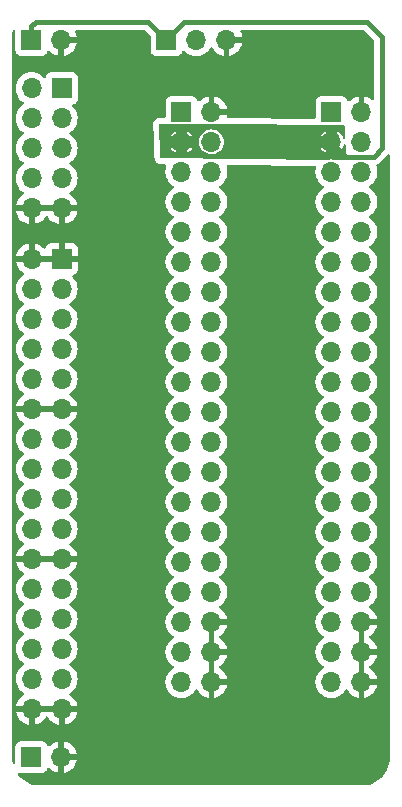
<source format=gbr>
%TF.GenerationSoftware,KiCad,Pcbnew,8.0.1*%
%TF.CreationDate,2024-04-12T14:48:39-05:00*%
%TF.ProjectId,Digilent Discovery LA Adapter,44696769-6c65-46e7-9420-446973636f76,1*%
%TF.SameCoordinates,Original*%
%TF.FileFunction,Copper,L2,Bot*%
%TF.FilePolarity,Positive*%
%FSLAX46Y46*%
G04 Gerber Fmt 4.6, Leading zero omitted, Abs format (unit mm)*
G04 Created by KiCad (PCBNEW 8.0.1) date 2024-04-12 14:48:39*
%MOMM*%
%LPD*%
G01*
G04 APERTURE LIST*
%TA.AperFunction,ComponentPad*%
%ADD10R,1.700000X1.700000*%
%TD*%
%TA.AperFunction,ComponentPad*%
%ADD11O,1.700000X1.700000*%
%TD*%
%TA.AperFunction,ViaPad*%
%ADD12C,0.800000*%
%TD*%
%TA.AperFunction,Conductor*%
%ADD13C,0.406400*%
%TD*%
G04 APERTURE END LIST*
D10*
%TO.P,J4,1,Pin_1*%
%TO.N,GND*%
X139720000Y-78486000D03*
D11*
%TO.P,J4,2,Pin_2*%
X137180000Y-78486000D03*
%TO.P,J4,3,Pin_3*%
%TO.N,/XA0*%
X139720000Y-81026000D03*
%TO.P,J4,4,Pin_4*%
%TO.N,/XA1*%
X137180000Y-81026000D03*
%TO.P,J4,5,Pin_5*%
%TO.N,/XA2*%
X139720000Y-83566000D03*
%TO.P,J4,6,Pin_6*%
%TO.N,/XA3*%
X137180000Y-83566000D03*
%TO.P,J4,7,Pin_7*%
%TO.N,/XA4*%
X139720000Y-86106000D03*
%TO.P,J4,8,Pin_8*%
%TO.N,/XA5*%
X137180000Y-86106000D03*
%TO.P,J4,9,Pin_9*%
%TO.N,/XA6*%
X139720000Y-88646000D03*
%TO.P,J4,10,Pin_10*%
%TO.N,/XA7*%
X137180000Y-88646000D03*
%TO.P,J4,11,Pin_11*%
%TO.N,GND*%
X139720000Y-91186000D03*
%TO.P,J4,12,Pin_12*%
X137180000Y-91186000D03*
%TO.P,J4,13,Pin_13*%
%TO.N,/XA8*%
X139720000Y-93726000D03*
%TO.P,J4,14,Pin_14*%
%TO.N,/XA9*%
X137180000Y-93726000D03*
%TO.P,J4,15,Pin_15*%
%TO.N,/XA10*%
X139720000Y-96266000D03*
%TO.P,J4,16,Pin_16*%
%TO.N,/XA11*%
X137180000Y-96266000D03*
%TO.P,J4,17,Pin_17*%
%TO.N,/XA12*%
X139720000Y-98806000D03*
%TO.P,J4,18,Pin_18*%
%TO.N,/XA13*%
X137180000Y-98806000D03*
%TO.P,J4,19,Pin_19*%
%TO.N,/XA14*%
X139720000Y-101346000D03*
%TO.P,J4,20,Pin_20*%
%TO.N,/XA15*%
X137180000Y-101346000D03*
%TO.P,J4,21,Pin_21*%
%TO.N,GND*%
X139720000Y-103886000D03*
%TO.P,J4,22,Pin_22*%
X137180000Y-103886000D03*
%TO.P,J4,23,Pin_23*%
%TO.N,/XD0*%
X139720000Y-106426000D03*
%TO.P,J4,24,Pin_24*%
%TO.N,/XD1*%
X137180000Y-106426000D03*
%TO.P,J4,25,Pin_25*%
%TO.N,/XD2*%
X139720000Y-108966000D03*
%TO.P,J4,26,Pin_26*%
%TO.N,/XD3*%
X137180000Y-108966000D03*
%TO.P,J4,27,Pin_27*%
%TO.N,/XD4*%
X139720000Y-111506000D03*
%TO.P,J4,28,Pin_28*%
%TO.N,/XD5*%
X137180000Y-111506000D03*
%TO.P,J4,29,Pin_29*%
%TO.N,/XD6*%
X139720000Y-114046000D03*
%TO.P,J4,30,Pin_30*%
%TO.N,/XD7*%
X137180000Y-114046000D03*
%TO.P,J4,31,Pin_31*%
%TO.N,GND*%
X139720000Y-116586000D03*
%TO.P,J4,32,Pin_32*%
X137180000Y-116586000D03*
%TD*%
D10*
%TO.P,J6,1,Pin_1*%
%TO.N,/XIN*%
X137155000Y-120650000D03*
D11*
%TO.P,J6,2,Pin_2*%
%TO.N,GND*%
X139695000Y-120650000D03*
%TD*%
D10*
%TO.P,J7,1,Pin_1*%
%TO.N,+5V*%
X137155000Y-59944000D03*
D11*
%TO.P,J7,2,Pin_2*%
%TO.N,GND*%
X139695000Y-59944000D03*
%TD*%
D10*
%TO.P,J2,1,Pin_1*%
%TO.N,/XCLK*%
X162560000Y-66039293D03*
D11*
%TO.P,J2,2,Pin_2*%
%TO.N,GND*%
X165100000Y-66039293D03*
%TO.P,J2,3,Pin_3*%
%TO.N,+5V*%
X162560000Y-68579293D03*
%TO.P,J2,4,Pin_4*%
%TO.N,/XE*%
X165100000Y-68579293D03*
%TO.P,J2,5,Pin_5*%
%TO.N,/XBUSREQ*%
X162560000Y-71119293D03*
%TO.P,J2,6,Pin_6*%
%TO.N,/XSLC*%
X165100000Y-71119293D03*
%TO.P,J2,7,Pin_7*%
%TO.N,/XBUSACK*%
X162560000Y-73659293D03*
%TO.P,J2,8,Pin_8*%
%TO.N,/XIRQ*%
X165100000Y-73659293D03*
%TO.P,J2,9,Pin_9*%
%TO.N,/XRD*%
X162560000Y-76199293D03*
%TO.P,J2,10,Pin_10*%
%TO.N,/XWR*%
X165100000Y-76199293D03*
%TO.P,J2,11,Pin_11*%
%TO.N,/XA0*%
X162560000Y-78739293D03*
%TO.P,J2,12,Pin_12*%
%TO.N,/XA1*%
X165100000Y-78739293D03*
%TO.P,J2,13,Pin_13*%
%TO.N,/XA2*%
X162560000Y-81279293D03*
%TO.P,J2,14,Pin_14*%
%TO.N,/XA3*%
X165100000Y-81279293D03*
%TO.P,J2,15,Pin_15*%
%TO.N,/XA4*%
X162560000Y-83819293D03*
%TO.P,J2,16,Pin_16*%
%TO.N,/XA5*%
X165100000Y-83819293D03*
%TO.P,J2,17,Pin_17*%
%TO.N,/XA6*%
X162560000Y-86359293D03*
%TO.P,J2,18,Pin_18*%
%TO.N,/XA7*%
X165100000Y-86359293D03*
%TO.P,J2,19,Pin_19*%
%TO.N,/XA8*%
X162560000Y-88899293D03*
%TO.P,J2,20,Pin_20*%
%TO.N,/XA9*%
X165100000Y-88899293D03*
%TO.P,J2,21,Pin_21*%
%TO.N,/XA10*%
X162560000Y-91439293D03*
%TO.P,J2,22,Pin_22*%
%TO.N,/XA11*%
X165100000Y-91439293D03*
%TO.P,J2,23,Pin_23*%
%TO.N,/XA12*%
X162560000Y-93979293D03*
%TO.P,J2,24,Pin_24*%
%TO.N,/XA13*%
X165100000Y-93979293D03*
%TO.P,J2,25,Pin_25*%
%TO.N,/XA14*%
X162560000Y-96519293D03*
%TO.P,J2,26,Pin_26*%
%TO.N,/XA15*%
X165100000Y-96519293D03*
%TO.P,J2,27,Pin_27*%
%TO.N,/XD0*%
X162560000Y-99059293D03*
%TO.P,J2,28,Pin_28*%
%TO.N,/XD1*%
X165100000Y-99059293D03*
%TO.P,J2,29,Pin_29*%
%TO.N,/XD2*%
X162560000Y-101599293D03*
%TO.P,J2,30,Pin_30*%
%TO.N,/XD3*%
X165100000Y-101599293D03*
%TO.P,J2,31,Pin_31*%
%TO.N,/XD4*%
X162560000Y-104139293D03*
%TO.P,J2,32,Pin_32*%
%TO.N,/XD5*%
X165100000Y-104139293D03*
%TO.P,J2,33,Pin_33*%
%TO.N,/XD6*%
X162560000Y-106679293D03*
%TO.P,J2,34,Pin_34*%
%TO.N,/XD7*%
X165100000Y-106679293D03*
%TO.P,J2,35,Pin_35*%
%TO.N,+5V*%
X162560000Y-109219293D03*
%TO.P,J2,36,Pin_36*%
%TO.N,GND*%
X165100000Y-109219293D03*
%TO.P,J2,37,Pin_37*%
%TO.N,+5V*%
X162560000Y-111759293D03*
%TO.P,J2,38,Pin_38*%
%TO.N,GND*%
X165100000Y-111759293D03*
%TO.P,J2,39,Pin_39*%
%TO.N,/XIN*%
X162560000Y-114299293D03*
%TO.P,J2,40,Pin_40*%
%TO.N,GND*%
X165100000Y-114299293D03*
%TD*%
D10*
%TO.P,J5,1,Pin_1*%
%TO.N,/XCLK*%
X139720000Y-64038000D03*
D11*
%TO.P,J5,2,Pin_2*%
%TO.N,/XE*%
X137180000Y-64038000D03*
%TO.P,J5,3,Pin_3*%
%TO.N,/XBUSREQ*%
X139720000Y-66578000D03*
%TO.P,J5,4,Pin_4*%
%TO.N,/XSLC*%
X137180000Y-66578000D03*
%TO.P,J5,5,Pin_5*%
%TO.N,/XBUSACK*%
X139720000Y-69118000D03*
%TO.P,J5,6,Pin_6*%
%TO.N,/XIRQ*%
X137180000Y-69118000D03*
%TO.P,J5,7,Pin_7*%
%TO.N,/XRD*%
X139720000Y-71658000D03*
%TO.P,J5,8,Pin_8*%
%TO.N,/XWR*%
X137180000Y-71658000D03*
%TO.P,J5,9,Pin_9*%
%TO.N,GND*%
X139720000Y-74198000D03*
%TO.P,J5,10,Pin_10*%
X137180000Y-74198000D03*
%TD*%
D10*
%TO.P,J3,1,Pin_1*%
%TO.N,+5V*%
X148590000Y-59944000D03*
D11*
%TO.P,J3,2,Pin_2*%
%TO.N,/XE*%
X151130000Y-59944000D03*
%TO.P,J3,3,Pin_3*%
%TO.N,GND*%
X153670000Y-59944000D03*
%TD*%
D10*
%TO.P,J1,1,Pin_1*%
%TO.N,/XCLK*%
X149860000Y-66040000D03*
D11*
%TO.P,J1,2,Pin_2*%
%TO.N,GND*%
X152400000Y-66040000D03*
%TO.P,J1,3,Pin_3*%
%TO.N,+5V*%
X149860000Y-68580000D03*
%TO.P,J1,4,Pin_4*%
%TO.N,/XE*%
X152400000Y-68580000D03*
%TO.P,J1,5,Pin_5*%
%TO.N,/XBUSREQ*%
X149860000Y-71120000D03*
%TO.P,J1,6,Pin_6*%
%TO.N,/XSLC*%
X152400000Y-71120000D03*
%TO.P,J1,7,Pin_7*%
%TO.N,/XBUSACK*%
X149860000Y-73660000D03*
%TO.P,J1,8,Pin_8*%
%TO.N,/XIRQ*%
X152400000Y-73660000D03*
%TO.P,J1,9,Pin_9*%
%TO.N,/XRD*%
X149860000Y-76200000D03*
%TO.P,J1,10,Pin_10*%
%TO.N,/XWR*%
X152400000Y-76200000D03*
%TO.P,J1,11,Pin_11*%
%TO.N,/XA0*%
X149860000Y-78740000D03*
%TO.P,J1,12,Pin_12*%
%TO.N,/XA1*%
X152400000Y-78740000D03*
%TO.P,J1,13,Pin_13*%
%TO.N,/XA2*%
X149860000Y-81280000D03*
%TO.P,J1,14,Pin_14*%
%TO.N,/XA3*%
X152400000Y-81280000D03*
%TO.P,J1,15,Pin_15*%
%TO.N,/XA4*%
X149860000Y-83820000D03*
%TO.P,J1,16,Pin_16*%
%TO.N,/XA5*%
X152400000Y-83820000D03*
%TO.P,J1,17,Pin_17*%
%TO.N,/XA6*%
X149860000Y-86360000D03*
%TO.P,J1,18,Pin_18*%
%TO.N,/XA7*%
X152400000Y-86360000D03*
%TO.P,J1,19,Pin_19*%
%TO.N,/XA8*%
X149860000Y-88900000D03*
%TO.P,J1,20,Pin_20*%
%TO.N,/XA9*%
X152400000Y-88900000D03*
%TO.P,J1,21,Pin_21*%
%TO.N,/XA10*%
X149860000Y-91440000D03*
%TO.P,J1,22,Pin_22*%
%TO.N,/XA11*%
X152400000Y-91440000D03*
%TO.P,J1,23,Pin_23*%
%TO.N,/XA12*%
X149860000Y-93980000D03*
%TO.P,J1,24,Pin_24*%
%TO.N,/XA13*%
X152400000Y-93980000D03*
%TO.P,J1,25,Pin_25*%
%TO.N,/XA14*%
X149860000Y-96520000D03*
%TO.P,J1,26,Pin_26*%
%TO.N,/XA15*%
X152400000Y-96520000D03*
%TO.P,J1,27,Pin_27*%
%TO.N,/XD0*%
X149860000Y-99060000D03*
%TO.P,J1,28,Pin_28*%
%TO.N,/XD1*%
X152400000Y-99060000D03*
%TO.P,J1,29,Pin_29*%
%TO.N,/XD2*%
X149860000Y-101600000D03*
%TO.P,J1,30,Pin_30*%
%TO.N,/XD3*%
X152400000Y-101600000D03*
%TO.P,J1,31,Pin_31*%
%TO.N,/XD4*%
X149860000Y-104140000D03*
%TO.P,J1,32,Pin_32*%
%TO.N,/XD5*%
X152400000Y-104140000D03*
%TO.P,J1,33,Pin_33*%
%TO.N,/XD6*%
X149860000Y-106680000D03*
%TO.P,J1,34,Pin_34*%
%TO.N,/XD7*%
X152400000Y-106680000D03*
%TO.P,J1,35,Pin_35*%
%TO.N,+5V*%
X149860000Y-109220000D03*
%TO.P,J1,36,Pin_36*%
%TO.N,GND*%
X152400000Y-109220000D03*
%TO.P,J1,37,Pin_37*%
%TO.N,+5V*%
X149860000Y-111760000D03*
%TO.P,J1,38,Pin_38*%
%TO.N,GND*%
X152400000Y-111760000D03*
%TO.P,J1,39,Pin_39*%
%TO.N,/XIN*%
X149860000Y-114300000D03*
%TO.P,J1,40,Pin_40*%
%TO.N,GND*%
X152400000Y-114300000D03*
%TD*%
D12*
%TO.N,GND*%
X165481000Y-61722000D03*
X159512000Y-61595000D03*
X156591000Y-120396000D03*
%TD*%
D13*
%TO.N,+5V*%
X150114000Y-58420000D02*
X148590000Y-59944000D01*
X165608000Y-58420000D02*
X150114000Y-58420000D01*
X166878000Y-69088000D02*
X166878000Y-59690000D01*
X166878000Y-59690000D02*
X165608000Y-58420000D01*
X166130307Y-69835693D02*
X166878000Y-69088000D01*
X163816400Y-69835693D02*
X166130307Y-69835693D01*
X162560000Y-68579293D02*
X163816400Y-69835693D01*
X137541000Y-58420000D02*
X137155000Y-58806000D01*
X147066000Y-58420000D02*
X137541000Y-58420000D01*
X148590000Y-59944000D02*
X147066000Y-58420000D01*
X137155000Y-58806000D02*
X137155000Y-59944000D01*
%TD*%
%TA.AperFunction,Conductor*%
%TO.N,GND*%
G36*
X139254075Y-116393007D02*
G01*
X139220000Y-116520174D01*
X139220000Y-116651826D01*
X139254075Y-116778993D01*
X139286988Y-116836000D01*
X137613012Y-116836000D01*
X137645925Y-116778993D01*
X137680000Y-116651826D01*
X137680000Y-116520174D01*
X137645925Y-116393007D01*
X137613012Y-116336000D01*
X139286988Y-116336000D01*
X139254075Y-116393007D01*
G37*
%TD.AperFunction*%
%TA.AperFunction,Conductor*%
G36*
X139254075Y-103693007D02*
G01*
X139220000Y-103820174D01*
X139220000Y-103951826D01*
X139254075Y-104078993D01*
X139286988Y-104136000D01*
X137613012Y-104136000D01*
X137645925Y-104078993D01*
X137680000Y-103951826D01*
X137680000Y-103820174D01*
X137645925Y-103693007D01*
X137613012Y-103636000D01*
X139286988Y-103636000D01*
X139254075Y-103693007D01*
G37*
%TD.AperFunction*%
%TA.AperFunction,Conductor*%
G36*
X139254075Y-90993007D02*
G01*
X139220000Y-91120174D01*
X139220000Y-91251826D01*
X139254075Y-91378993D01*
X139286988Y-91436000D01*
X137613012Y-91436000D01*
X137645925Y-91378993D01*
X137680000Y-91251826D01*
X137680000Y-91120174D01*
X137645925Y-90993007D01*
X137613012Y-90936000D01*
X139286988Y-90936000D01*
X139254075Y-90993007D01*
G37*
%TD.AperFunction*%
%TA.AperFunction,Conductor*%
G36*
X139254075Y-78293007D02*
G01*
X139220000Y-78420174D01*
X139220000Y-78551826D01*
X139254075Y-78678993D01*
X139286988Y-78736000D01*
X137613012Y-78736000D01*
X137645925Y-78678993D01*
X137680000Y-78551826D01*
X137680000Y-78420174D01*
X137645925Y-78293007D01*
X137613012Y-78236000D01*
X139286988Y-78236000D01*
X139254075Y-78293007D01*
G37*
%TD.AperFunction*%
%TA.AperFunction,Conductor*%
G36*
X139254075Y-74005007D02*
G01*
X139220000Y-74132174D01*
X139220000Y-74263826D01*
X139254075Y-74390993D01*
X139286988Y-74448000D01*
X137613012Y-74448000D01*
X137645925Y-74390993D01*
X137680000Y-74263826D01*
X137680000Y-74132174D01*
X137645925Y-74005007D01*
X137613012Y-73948000D01*
X139286988Y-73948000D01*
X139254075Y-74005007D01*
G37*
%TD.AperFunction*%
%TA.AperFunction,Conductor*%
G36*
X135719982Y-59095673D02*
G01*
X135777265Y-59135679D01*
X135803825Y-59200303D01*
X135804500Y-59213219D01*
X135804500Y-60841870D01*
X135804501Y-60841876D01*
X135810908Y-60901483D01*
X135861202Y-61036328D01*
X135861206Y-61036335D01*
X135947452Y-61151544D01*
X135947455Y-61151547D01*
X136062664Y-61237793D01*
X136062671Y-61237797D01*
X136197517Y-61288091D01*
X136197516Y-61288091D01*
X136204444Y-61288835D01*
X136257127Y-61294500D01*
X138052872Y-61294499D01*
X138112483Y-61288091D01*
X138247331Y-61237796D01*
X138362546Y-61151546D01*
X138448796Y-61036331D01*
X138498002Y-60904401D01*
X138539872Y-60848468D01*
X138605337Y-60824050D01*
X138673610Y-60838901D01*
X138701865Y-60860053D01*
X138823917Y-60982105D01*
X139017421Y-61117600D01*
X139231507Y-61217429D01*
X139231516Y-61217433D01*
X139445000Y-61274634D01*
X139445000Y-60377012D01*
X139502007Y-60409925D01*
X139629174Y-60444000D01*
X139760826Y-60444000D01*
X139887993Y-60409925D01*
X139945000Y-60377012D01*
X139945000Y-61274633D01*
X140158483Y-61217433D01*
X140158492Y-61217429D01*
X140372578Y-61117600D01*
X140566082Y-60982105D01*
X140733105Y-60815082D01*
X140868600Y-60621578D01*
X140968429Y-60407492D01*
X140968432Y-60407486D01*
X141025636Y-60194000D01*
X140128012Y-60194000D01*
X140160925Y-60136993D01*
X140195000Y-60009826D01*
X140195000Y-59878174D01*
X140160925Y-59751007D01*
X140128012Y-59694000D01*
X141025636Y-59694000D01*
X141025635Y-59693999D01*
X140968432Y-59480513D01*
X140968429Y-59480507D01*
X140884307Y-59300105D01*
X140873815Y-59231027D01*
X140902335Y-59167243D01*
X140960811Y-59129004D01*
X140996689Y-59123700D01*
X146723156Y-59123700D01*
X146790195Y-59143385D01*
X146810837Y-59160019D01*
X147203181Y-59552363D01*
X147236666Y-59613686D01*
X147239500Y-59640044D01*
X147239500Y-60841870D01*
X147239501Y-60841876D01*
X147245908Y-60901483D01*
X147296202Y-61036328D01*
X147296206Y-61036335D01*
X147382452Y-61151544D01*
X147382455Y-61151547D01*
X147497664Y-61237793D01*
X147497671Y-61237797D01*
X147632517Y-61288091D01*
X147632516Y-61288091D01*
X147639444Y-61288835D01*
X147692127Y-61294500D01*
X149487872Y-61294499D01*
X149547483Y-61288091D01*
X149682331Y-61237796D01*
X149797546Y-61151546D01*
X149883796Y-61036331D01*
X149932810Y-60904916D01*
X149974681Y-60848984D01*
X150040145Y-60824566D01*
X150108418Y-60839417D01*
X150136673Y-60860569D01*
X150258599Y-60982495D01*
X150355384Y-61050265D01*
X150452165Y-61118032D01*
X150452167Y-61118033D01*
X150452170Y-61118035D01*
X150666337Y-61217903D01*
X150894592Y-61279063D01*
X151071034Y-61294500D01*
X151129999Y-61299659D01*
X151130000Y-61299659D01*
X151130001Y-61299659D01*
X151188966Y-61294500D01*
X151365408Y-61279063D01*
X151593663Y-61217903D01*
X151807830Y-61118035D01*
X152001401Y-60982495D01*
X152168495Y-60815401D01*
X152298730Y-60629405D01*
X152353307Y-60585781D01*
X152422805Y-60578587D01*
X152485160Y-60610110D01*
X152501879Y-60629405D01*
X152631890Y-60815078D01*
X152798917Y-60982105D01*
X152992421Y-61117600D01*
X153206507Y-61217429D01*
X153206516Y-61217433D01*
X153420000Y-61274634D01*
X153420000Y-60377012D01*
X153477007Y-60409925D01*
X153604174Y-60444000D01*
X153735826Y-60444000D01*
X153862993Y-60409925D01*
X153920000Y-60377012D01*
X153920000Y-61274633D01*
X154133483Y-61217433D01*
X154133492Y-61217429D01*
X154347578Y-61117600D01*
X154541082Y-60982105D01*
X154708105Y-60815082D01*
X154843600Y-60621578D01*
X154943429Y-60407492D01*
X154943432Y-60407486D01*
X155000636Y-60194000D01*
X154103012Y-60194000D01*
X154135925Y-60136993D01*
X154170000Y-60009826D01*
X154170000Y-59878174D01*
X154135925Y-59751007D01*
X154103012Y-59694000D01*
X155000636Y-59694000D01*
X155000635Y-59693999D01*
X154943432Y-59480513D01*
X154943429Y-59480507D01*
X154859307Y-59300105D01*
X154848815Y-59231027D01*
X154877335Y-59167243D01*
X154935811Y-59129004D01*
X154971689Y-59123700D01*
X165265156Y-59123700D01*
X165332195Y-59143385D01*
X165352837Y-59160019D01*
X166137981Y-59945163D01*
X166171466Y-60006486D01*
X166174300Y-60032844D01*
X166174300Y-64905788D01*
X166154615Y-64972827D01*
X166101811Y-65018582D01*
X166032653Y-65028526D01*
X165976210Y-65003291D01*
X165975512Y-65004289D01*
X165777578Y-64865692D01*
X165563492Y-64765863D01*
X165563486Y-64765860D01*
X165350000Y-64708657D01*
X165350000Y-65606281D01*
X165292993Y-65573368D01*
X165165826Y-65539293D01*
X165034174Y-65539293D01*
X164907007Y-65573368D01*
X164850000Y-65606281D01*
X164850000Y-64708657D01*
X164849999Y-64708657D01*
X164636513Y-64765860D01*
X164636507Y-64765863D01*
X164422422Y-64865692D01*
X164422420Y-64865693D01*
X164228926Y-65001179D01*
X164106865Y-65123240D01*
X164045542Y-65156724D01*
X163975850Y-65151740D01*
X163919917Y-65109868D01*
X163903002Y-65078891D01*
X163902109Y-65076498D01*
X163856633Y-64954569D01*
X163853797Y-64946964D01*
X163853793Y-64946957D01*
X163767547Y-64831748D01*
X163767544Y-64831745D01*
X163652335Y-64745499D01*
X163652328Y-64745495D01*
X163517482Y-64695201D01*
X163517483Y-64695201D01*
X163457883Y-64688794D01*
X163457881Y-64688793D01*
X163457873Y-64688793D01*
X163457864Y-64688793D01*
X161662129Y-64688793D01*
X161662123Y-64688794D01*
X161602516Y-64695201D01*
X161467671Y-64745495D01*
X161467664Y-64745499D01*
X161352455Y-64831745D01*
X161352452Y-64831748D01*
X161266206Y-64946957D01*
X161266202Y-64946964D01*
X161215908Y-65081810D01*
X161209501Y-65141409D01*
X161209500Y-65141428D01*
X161209500Y-66532368D01*
X161189815Y-66599407D01*
X161137011Y-66645162D01*
X161084500Y-66656364D01*
X153808789Y-66597689D01*
X153741910Y-66577464D01*
X153696583Y-66524293D01*
X153687197Y-66455057D01*
X153690014Y-66441599D01*
X153730636Y-66290000D01*
X152833012Y-66290000D01*
X152865925Y-66232993D01*
X152900000Y-66105826D01*
X152900000Y-65974174D01*
X152865925Y-65847007D01*
X152833012Y-65790000D01*
X153730636Y-65790000D01*
X153730635Y-65789999D01*
X153673432Y-65576513D01*
X153673429Y-65576507D01*
X153573600Y-65362422D01*
X153573599Y-65362420D01*
X153438113Y-65168926D01*
X153438108Y-65168920D01*
X153271082Y-65001894D01*
X153077578Y-64866399D01*
X152863492Y-64766570D01*
X152863486Y-64766567D01*
X152650000Y-64709364D01*
X152650000Y-65606988D01*
X152592993Y-65574075D01*
X152465826Y-65540000D01*
X152334174Y-65540000D01*
X152207007Y-65574075D01*
X152150000Y-65606988D01*
X152150000Y-64709364D01*
X152149999Y-64709364D01*
X151936513Y-64766567D01*
X151936507Y-64766570D01*
X151722422Y-64866399D01*
X151722420Y-64866400D01*
X151528926Y-65001886D01*
X151406865Y-65123947D01*
X151345542Y-65157431D01*
X151275850Y-65152447D01*
X151219917Y-65110575D01*
X151203002Y-65079598D01*
X151202738Y-65078891D01*
X151172910Y-64998917D01*
X151153797Y-64947671D01*
X151153793Y-64947664D01*
X151067547Y-64832455D01*
X151067544Y-64832452D01*
X150952335Y-64746206D01*
X150952328Y-64746202D01*
X150817482Y-64695908D01*
X150817483Y-64695908D01*
X150757883Y-64689501D01*
X150757881Y-64689500D01*
X150757873Y-64689500D01*
X150757864Y-64689500D01*
X148962129Y-64689500D01*
X148962123Y-64689501D01*
X148902516Y-64695908D01*
X148767671Y-64746202D01*
X148767664Y-64746206D01*
X148652455Y-64832452D01*
X148652452Y-64832455D01*
X148566206Y-64947664D01*
X148566202Y-64947671D01*
X148515908Y-65082517D01*
X148509501Y-65142116D01*
X148509500Y-65142135D01*
X148509500Y-66429950D01*
X148489815Y-66496989D01*
X148437011Y-66542744D01*
X148384500Y-66553946D01*
X148065005Y-66551369D01*
X148064980Y-66551370D01*
X147973014Y-66559055D01*
X147936991Y-66565416D01*
X147852237Y-66589831D01*
X147834491Y-66594943D01*
X147710270Y-66667557D01*
X147661634Y-66706231D01*
X147639547Y-66724846D01*
X147639541Y-66724852D01*
X147546955Y-66834970D01*
X147546950Y-66834978D01*
X147489135Y-66966732D01*
X147489133Y-66966739D01*
X147472518Y-67026610D01*
X147472511Y-67026636D01*
X147468848Y-67040605D01*
X147454577Y-67183776D01*
X147494498Y-68101956D01*
X147515282Y-68579998D01*
X147519099Y-68667783D01*
X147537976Y-69101957D01*
X147537976Y-69101958D01*
X147540204Y-69153217D01*
X147572825Y-69903497D01*
X147572826Y-69903512D01*
X147580050Y-69969448D01*
X147580049Y-69969448D01*
X147583222Y-69987413D01*
X147584633Y-69995399D01*
X147604973Y-70073515D01*
X147604974Y-70073518D01*
X147604975Y-70073519D01*
X147671089Y-70201307D01*
X147671091Y-70201311D01*
X147707208Y-70251873D01*
X147707226Y-70251898D01*
X147724673Y-70274905D01*
X147829888Y-70373044D01*
X147958490Y-70437566D01*
X147958494Y-70437567D01*
X147958497Y-70437569D01*
X148017470Y-70457257D01*
X148031216Y-70461628D01*
X148031217Y-70461628D01*
X148031220Y-70461629D01*
X148173467Y-70483254D01*
X148472128Y-70485662D01*
X148539006Y-70505887D01*
X148584334Y-70559058D01*
X148593720Y-70628294D01*
X148587651Y-70652065D01*
X148586097Y-70656332D01*
X148524938Y-70884586D01*
X148524936Y-70884596D01*
X148504341Y-71119999D01*
X148504341Y-71120000D01*
X148524936Y-71355403D01*
X148524938Y-71355413D01*
X148586094Y-71583655D01*
X148586096Y-71583659D01*
X148586097Y-71583663D01*
X148680703Y-71786546D01*
X148685965Y-71797830D01*
X148685967Y-71797834D01*
X148752886Y-71893403D01*
X148821501Y-71991396D01*
X148821506Y-71991402D01*
X148988597Y-72158493D01*
X148988603Y-72158498D01*
X149174158Y-72288425D01*
X149217783Y-72343002D01*
X149224977Y-72412500D01*
X149193454Y-72474855D01*
X149174158Y-72491575D01*
X148988597Y-72621505D01*
X148821505Y-72788597D01*
X148685965Y-72982169D01*
X148685964Y-72982171D01*
X148586098Y-73196335D01*
X148586094Y-73196344D01*
X148524938Y-73424586D01*
X148524936Y-73424596D01*
X148504341Y-73659999D01*
X148504341Y-73660000D01*
X148524936Y-73895403D01*
X148524938Y-73895413D01*
X148586094Y-74123655D01*
X148586096Y-74123659D01*
X148586097Y-74123663D01*
X148680703Y-74326546D01*
X148685965Y-74337830D01*
X148685967Y-74337834D01*
X148723190Y-74390993D01*
X148821501Y-74531396D01*
X148821506Y-74531402D01*
X148988597Y-74698493D01*
X148988603Y-74698498D01*
X149174158Y-74828425D01*
X149217783Y-74883002D01*
X149224977Y-74952500D01*
X149193454Y-75014855D01*
X149174158Y-75031575D01*
X148988597Y-75161505D01*
X148821505Y-75328597D01*
X148685965Y-75522169D01*
X148685964Y-75522171D01*
X148586098Y-75736335D01*
X148586094Y-75736344D01*
X148524938Y-75964586D01*
X148524936Y-75964596D01*
X148504341Y-76199999D01*
X148504341Y-76200000D01*
X148524936Y-76435403D01*
X148524938Y-76435413D01*
X148586094Y-76663655D01*
X148586096Y-76663659D01*
X148586097Y-76663663D01*
X148680703Y-76866546D01*
X148685965Y-76877830D01*
X148685967Y-76877834D01*
X148794281Y-77032521D01*
X148821501Y-77071396D01*
X148821506Y-77071402D01*
X148988597Y-77238493D01*
X148988603Y-77238498D01*
X149174158Y-77368425D01*
X149217783Y-77423002D01*
X149224977Y-77492500D01*
X149193454Y-77554855D01*
X149174158Y-77571575D01*
X148988597Y-77701505D01*
X148821505Y-77868597D01*
X148685965Y-78062169D01*
X148685964Y-78062171D01*
X148586098Y-78276335D01*
X148586094Y-78276344D01*
X148524938Y-78504586D01*
X148524936Y-78504596D01*
X148504341Y-78739999D01*
X148504341Y-78740000D01*
X148524936Y-78975403D01*
X148524938Y-78975413D01*
X148586094Y-79203655D01*
X148586096Y-79203659D01*
X148586097Y-79203663D01*
X148680703Y-79406546D01*
X148685965Y-79417830D01*
X148685967Y-79417834D01*
X148794281Y-79572521D01*
X148821501Y-79611396D01*
X148821506Y-79611402D01*
X148988597Y-79778493D01*
X148988603Y-79778498D01*
X149174158Y-79908425D01*
X149217783Y-79963002D01*
X149224977Y-80032500D01*
X149193454Y-80094855D01*
X149174158Y-80111575D01*
X148988597Y-80241505D01*
X148821505Y-80408597D01*
X148685965Y-80602169D01*
X148685964Y-80602171D01*
X148586098Y-80816335D01*
X148586094Y-80816344D01*
X148524938Y-81044586D01*
X148524936Y-81044596D01*
X148504341Y-81279999D01*
X148504341Y-81280000D01*
X148524936Y-81515403D01*
X148524938Y-81515413D01*
X148586094Y-81743655D01*
X148586096Y-81743659D01*
X148586097Y-81743663D01*
X148680703Y-81946546D01*
X148685965Y-81957830D01*
X148685967Y-81957834D01*
X148760655Y-82064498D01*
X148821501Y-82151396D01*
X148821506Y-82151402D01*
X148988597Y-82318493D01*
X148988603Y-82318498D01*
X149174158Y-82448425D01*
X149217783Y-82503002D01*
X149224977Y-82572500D01*
X149193454Y-82634855D01*
X149174158Y-82651575D01*
X148988597Y-82781505D01*
X148821505Y-82948597D01*
X148685965Y-83142169D01*
X148685964Y-83142171D01*
X148586098Y-83356335D01*
X148586094Y-83356344D01*
X148524938Y-83584586D01*
X148524936Y-83584596D01*
X148504341Y-83819999D01*
X148504341Y-83820000D01*
X148524936Y-84055403D01*
X148524938Y-84055413D01*
X148586094Y-84283655D01*
X148586096Y-84283659D01*
X148586097Y-84283663D01*
X148680703Y-84486546D01*
X148685965Y-84497830D01*
X148685967Y-84497834D01*
X148760655Y-84604498D01*
X148821501Y-84691396D01*
X148821506Y-84691402D01*
X148988597Y-84858493D01*
X148988603Y-84858498D01*
X149174158Y-84988425D01*
X149217783Y-85043002D01*
X149224977Y-85112500D01*
X149193454Y-85174855D01*
X149174158Y-85191575D01*
X148988597Y-85321505D01*
X148821505Y-85488597D01*
X148685965Y-85682169D01*
X148685964Y-85682171D01*
X148586098Y-85896335D01*
X148586094Y-85896344D01*
X148524938Y-86124586D01*
X148524936Y-86124596D01*
X148504341Y-86359999D01*
X148504341Y-86360000D01*
X148524936Y-86595403D01*
X148524938Y-86595413D01*
X148586094Y-86823655D01*
X148586096Y-86823659D01*
X148586097Y-86823663D01*
X148680703Y-87026546D01*
X148685965Y-87037830D01*
X148685967Y-87037834D01*
X148760655Y-87144498D01*
X148821501Y-87231396D01*
X148821506Y-87231402D01*
X148988597Y-87398493D01*
X148988603Y-87398498D01*
X149174158Y-87528425D01*
X149217783Y-87583002D01*
X149224977Y-87652500D01*
X149193454Y-87714855D01*
X149174158Y-87731575D01*
X148988597Y-87861505D01*
X148821505Y-88028597D01*
X148685965Y-88222169D01*
X148685964Y-88222171D01*
X148586098Y-88436335D01*
X148586094Y-88436344D01*
X148524938Y-88664586D01*
X148524936Y-88664596D01*
X148504341Y-88899999D01*
X148504341Y-88900000D01*
X148524936Y-89135403D01*
X148524938Y-89135413D01*
X148586094Y-89363655D01*
X148586096Y-89363659D01*
X148586097Y-89363663D01*
X148680703Y-89566546D01*
X148685965Y-89577830D01*
X148685967Y-89577834D01*
X148760655Y-89684498D01*
X148821501Y-89771396D01*
X148821506Y-89771402D01*
X148988597Y-89938493D01*
X148988603Y-89938498D01*
X149174158Y-90068425D01*
X149217783Y-90123002D01*
X149224977Y-90192500D01*
X149193454Y-90254855D01*
X149174158Y-90271575D01*
X148988597Y-90401505D01*
X148821505Y-90568597D01*
X148685965Y-90762169D01*
X148685964Y-90762171D01*
X148586098Y-90976335D01*
X148586094Y-90976344D01*
X148524938Y-91204586D01*
X148524936Y-91204596D01*
X148504341Y-91439999D01*
X148504341Y-91440000D01*
X148524936Y-91675403D01*
X148524938Y-91675413D01*
X148586094Y-91903655D01*
X148586096Y-91903659D01*
X148586097Y-91903663D01*
X148680703Y-92106546D01*
X148685965Y-92117830D01*
X148685967Y-92117834D01*
X148794281Y-92272521D01*
X148821501Y-92311396D01*
X148821506Y-92311402D01*
X148988597Y-92478493D01*
X148988603Y-92478498D01*
X149174158Y-92608425D01*
X149217783Y-92663002D01*
X149224977Y-92732500D01*
X149193454Y-92794855D01*
X149174158Y-92811575D01*
X148988597Y-92941505D01*
X148821505Y-93108597D01*
X148685965Y-93302169D01*
X148685964Y-93302171D01*
X148586098Y-93516335D01*
X148586094Y-93516344D01*
X148524938Y-93744586D01*
X148524936Y-93744596D01*
X148504341Y-93979999D01*
X148504341Y-93980000D01*
X148524936Y-94215403D01*
X148524938Y-94215413D01*
X148586094Y-94443655D01*
X148586096Y-94443659D01*
X148586097Y-94443663D01*
X148680703Y-94646546D01*
X148685965Y-94657830D01*
X148685967Y-94657834D01*
X148760655Y-94764498D01*
X148821501Y-94851396D01*
X148821506Y-94851402D01*
X148988597Y-95018493D01*
X148988603Y-95018498D01*
X149174158Y-95148425D01*
X149217783Y-95203002D01*
X149224977Y-95272500D01*
X149193454Y-95334855D01*
X149174158Y-95351575D01*
X148988597Y-95481505D01*
X148821505Y-95648597D01*
X148685965Y-95842169D01*
X148685964Y-95842171D01*
X148586098Y-96056335D01*
X148586094Y-96056344D01*
X148524938Y-96284586D01*
X148524936Y-96284596D01*
X148504341Y-96519999D01*
X148504341Y-96520000D01*
X148524936Y-96755403D01*
X148524938Y-96755413D01*
X148586094Y-96983655D01*
X148586096Y-96983659D01*
X148586097Y-96983663D01*
X148680703Y-97186546D01*
X148685965Y-97197830D01*
X148685967Y-97197834D01*
X148760655Y-97304498D01*
X148821501Y-97391396D01*
X148821506Y-97391402D01*
X148988597Y-97558493D01*
X148988603Y-97558498D01*
X149174158Y-97688425D01*
X149217783Y-97743002D01*
X149224977Y-97812500D01*
X149193454Y-97874855D01*
X149174158Y-97891575D01*
X148988597Y-98021505D01*
X148821505Y-98188597D01*
X148685965Y-98382169D01*
X148685964Y-98382171D01*
X148586098Y-98596335D01*
X148586094Y-98596344D01*
X148524938Y-98824586D01*
X148524936Y-98824596D01*
X148504341Y-99059999D01*
X148504341Y-99060000D01*
X148524936Y-99295403D01*
X148524938Y-99295413D01*
X148586094Y-99523655D01*
X148586096Y-99523659D01*
X148586097Y-99523663D01*
X148680703Y-99726546D01*
X148685965Y-99737830D01*
X148685967Y-99737834D01*
X148760655Y-99844498D01*
X148821501Y-99931396D01*
X148821506Y-99931402D01*
X148988597Y-100098493D01*
X148988603Y-100098498D01*
X149174158Y-100228425D01*
X149217783Y-100283002D01*
X149224977Y-100352500D01*
X149193454Y-100414855D01*
X149174158Y-100431575D01*
X148988597Y-100561505D01*
X148821505Y-100728597D01*
X148685965Y-100922169D01*
X148685964Y-100922171D01*
X148586098Y-101136335D01*
X148586094Y-101136344D01*
X148524938Y-101364586D01*
X148524936Y-101364596D01*
X148504341Y-101599999D01*
X148504341Y-101600000D01*
X148524936Y-101835403D01*
X148524938Y-101835413D01*
X148586094Y-102063655D01*
X148586096Y-102063659D01*
X148586097Y-102063663D01*
X148680703Y-102266546D01*
X148685965Y-102277830D01*
X148685967Y-102277834D01*
X148760655Y-102384498D01*
X148821501Y-102471396D01*
X148821506Y-102471402D01*
X148988597Y-102638493D01*
X148988603Y-102638498D01*
X149174158Y-102768425D01*
X149217783Y-102823002D01*
X149224977Y-102892500D01*
X149193454Y-102954855D01*
X149174158Y-102971575D01*
X148988597Y-103101505D01*
X148821505Y-103268597D01*
X148685965Y-103462169D01*
X148685964Y-103462171D01*
X148586098Y-103676335D01*
X148586094Y-103676344D01*
X148524938Y-103904586D01*
X148524936Y-103904596D01*
X148504341Y-104139999D01*
X148504341Y-104140000D01*
X148524936Y-104375403D01*
X148524938Y-104375413D01*
X148586094Y-104603655D01*
X148586096Y-104603659D01*
X148586097Y-104603663D01*
X148680703Y-104806546D01*
X148685965Y-104817830D01*
X148685967Y-104817834D01*
X148794281Y-104972521D01*
X148821501Y-105011396D01*
X148821506Y-105011402D01*
X148988597Y-105178493D01*
X148988603Y-105178498D01*
X149174158Y-105308425D01*
X149217783Y-105363002D01*
X149224977Y-105432500D01*
X149193454Y-105494855D01*
X149174158Y-105511575D01*
X148988597Y-105641505D01*
X148821505Y-105808597D01*
X148685965Y-106002169D01*
X148685964Y-106002171D01*
X148586098Y-106216335D01*
X148586094Y-106216344D01*
X148524938Y-106444586D01*
X148524936Y-106444596D01*
X148504341Y-106679999D01*
X148504341Y-106680000D01*
X148524936Y-106915403D01*
X148524938Y-106915413D01*
X148586094Y-107143655D01*
X148586096Y-107143659D01*
X148586097Y-107143663D01*
X148680703Y-107346546D01*
X148685965Y-107357830D01*
X148685967Y-107357834D01*
X148760655Y-107464498D01*
X148821501Y-107551396D01*
X148821506Y-107551402D01*
X148988597Y-107718493D01*
X148988603Y-107718498D01*
X149174158Y-107848425D01*
X149217783Y-107903002D01*
X149224977Y-107972500D01*
X149193454Y-108034855D01*
X149174158Y-108051575D01*
X148988597Y-108181505D01*
X148821505Y-108348597D01*
X148685965Y-108542169D01*
X148685964Y-108542171D01*
X148603371Y-108719293D01*
X148587482Y-108753368D01*
X148586098Y-108756335D01*
X148586094Y-108756344D01*
X148524938Y-108984586D01*
X148524936Y-108984596D01*
X148504341Y-109219999D01*
X148504341Y-109220000D01*
X148524936Y-109455403D01*
X148524938Y-109455413D01*
X148586094Y-109683655D01*
X148586096Y-109683659D01*
X148586097Y-109683663D01*
X148668825Y-109861074D01*
X148685965Y-109897830D01*
X148685967Y-109897834D01*
X148760655Y-110004498D01*
X148821501Y-110091396D01*
X148821506Y-110091402D01*
X148988597Y-110258493D01*
X148988603Y-110258498D01*
X149174158Y-110388425D01*
X149217783Y-110443002D01*
X149224977Y-110512500D01*
X149193454Y-110574855D01*
X149174158Y-110591575D01*
X148988597Y-110721505D01*
X148821505Y-110888597D01*
X148685965Y-111082169D01*
X148685964Y-111082171D01*
X148603371Y-111259293D01*
X148587482Y-111293368D01*
X148586098Y-111296335D01*
X148586094Y-111296344D01*
X148524938Y-111524586D01*
X148524936Y-111524596D01*
X148504341Y-111759999D01*
X148504341Y-111760000D01*
X148524936Y-111995403D01*
X148524938Y-111995413D01*
X148586094Y-112223655D01*
X148586096Y-112223659D01*
X148586097Y-112223663D01*
X148668825Y-112401074D01*
X148685965Y-112437830D01*
X148685967Y-112437834D01*
X148760655Y-112544498D01*
X148821501Y-112631396D01*
X148821506Y-112631402D01*
X148988597Y-112798493D01*
X148988603Y-112798498D01*
X149174158Y-112928425D01*
X149217783Y-112983002D01*
X149224977Y-113052500D01*
X149193454Y-113114855D01*
X149174158Y-113131575D01*
X148988597Y-113261505D01*
X148821505Y-113428597D01*
X148685965Y-113622169D01*
X148685964Y-113622171D01*
X148603371Y-113799293D01*
X148587482Y-113833368D01*
X148586098Y-113836335D01*
X148586094Y-113836344D01*
X148524938Y-114064586D01*
X148524936Y-114064596D01*
X148504341Y-114299999D01*
X148504341Y-114300000D01*
X148524936Y-114535403D01*
X148524938Y-114535413D01*
X148586094Y-114763655D01*
X148586096Y-114763659D01*
X148586097Y-114763663D01*
X148668825Y-114941074D01*
X148685965Y-114977830D01*
X148685967Y-114977834D01*
X148760655Y-115084498D01*
X148821505Y-115171401D01*
X148988599Y-115338495D01*
X149085384Y-115406265D01*
X149182165Y-115474032D01*
X149182167Y-115474033D01*
X149182170Y-115474035D01*
X149396337Y-115573903D01*
X149624592Y-115635063D01*
X149812918Y-115651539D01*
X149859999Y-115655659D01*
X149860000Y-115655659D01*
X149860001Y-115655659D01*
X149899234Y-115652226D01*
X150095408Y-115635063D01*
X150323663Y-115573903D01*
X150537830Y-115474035D01*
X150731401Y-115338495D01*
X150898495Y-115171401D01*
X151028730Y-114985405D01*
X151083307Y-114941781D01*
X151152805Y-114934587D01*
X151215160Y-114966110D01*
X151231879Y-114985405D01*
X151361890Y-115171078D01*
X151528917Y-115338105D01*
X151722421Y-115473600D01*
X151936507Y-115573429D01*
X151936516Y-115573433D01*
X152150000Y-115630634D01*
X152150000Y-114733012D01*
X152207007Y-114765925D01*
X152334174Y-114800000D01*
X152465826Y-114800000D01*
X152592993Y-114765925D01*
X152650000Y-114733012D01*
X152650000Y-115630633D01*
X152863483Y-115573433D01*
X152863492Y-115573429D01*
X153077578Y-115473600D01*
X153271082Y-115338105D01*
X153438105Y-115171082D01*
X153573600Y-114977578D01*
X153673429Y-114763492D01*
X153673432Y-114763486D01*
X153730636Y-114550000D01*
X152833012Y-114550000D01*
X152865925Y-114492993D01*
X152900000Y-114365826D01*
X152900000Y-114234174D01*
X152865925Y-114107007D01*
X152833012Y-114050000D01*
X153730636Y-114050000D01*
X153730635Y-114049999D01*
X153673432Y-113836513D01*
X153673429Y-113836507D01*
X153573600Y-113622422D01*
X153573599Y-113622420D01*
X153438113Y-113428926D01*
X153438108Y-113428920D01*
X153271082Y-113261894D01*
X153084968Y-113131575D01*
X153041344Y-113076998D01*
X153034151Y-113007499D01*
X153065673Y-112945145D01*
X153084968Y-112928425D01*
X153271082Y-112798105D01*
X153438105Y-112631082D01*
X153573600Y-112437578D01*
X153673429Y-112223492D01*
X153673432Y-112223486D01*
X153730636Y-112010000D01*
X152833012Y-112010000D01*
X152865925Y-111952993D01*
X152900000Y-111825826D01*
X152900000Y-111694174D01*
X152865925Y-111567007D01*
X152833012Y-111510000D01*
X153730636Y-111510000D01*
X153730635Y-111509999D01*
X153673432Y-111296513D01*
X153673429Y-111296507D01*
X153573600Y-111082422D01*
X153573599Y-111082420D01*
X153438113Y-110888926D01*
X153438108Y-110888920D01*
X153271082Y-110721894D01*
X153084968Y-110591575D01*
X153041344Y-110536998D01*
X153034151Y-110467499D01*
X153065673Y-110405145D01*
X153084968Y-110388425D01*
X153271082Y-110258105D01*
X153438105Y-110091082D01*
X153573600Y-109897578D01*
X153673429Y-109683492D01*
X153673432Y-109683486D01*
X153730636Y-109470000D01*
X152833012Y-109470000D01*
X152865925Y-109412993D01*
X152900000Y-109285826D01*
X152900000Y-109154174D01*
X152865925Y-109027007D01*
X152833012Y-108970000D01*
X153730636Y-108970000D01*
X153730635Y-108969999D01*
X153673432Y-108756513D01*
X153673429Y-108756507D01*
X153573600Y-108542422D01*
X153573599Y-108542420D01*
X153438113Y-108348926D01*
X153438108Y-108348920D01*
X153271078Y-108181890D01*
X153085405Y-108051879D01*
X153041780Y-107997302D01*
X153034588Y-107927804D01*
X153066110Y-107865449D01*
X153085406Y-107848730D01*
X153086416Y-107848023D01*
X153271401Y-107718495D01*
X153438495Y-107551401D01*
X153574035Y-107357830D01*
X153673903Y-107143663D01*
X153735063Y-106915408D01*
X153755659Y-106680000D01*
X153735063Y-106444592D01*
X153673903Y-106216337D01*
X153574035Y-106002171D01*
X153568425Y-105994158D01*
X153438494Y-105808597D01*
X153271402Y-105641506D01*
X153271396Y-105641501D01*
X153085842Y-105511575D01*
X153042217Y-105456998D01*
X153035023Y-105387500D01*
X153066546Y-105325145D01*
X153085842Y-105308425D01*
X153166475Y-105251965D01*
X153271401Y-105178495D01*
X153438495Y-105011401D01*
X153574035Y-104817830D01*
X153673903Y-104603663D01*
X153735063Y-104375408D01*
X153755659Y-104140000D01*
X153735063Y-103904592D01*
X153673903Y-103676337D01*
X153574035Y-103462171D01*
X153568425Y-103454158D01*
X153438494Y-103268597D01*
X153271402Y-103101506D01*
X153271396Y-103101501D01*
X153085842Y-102971575D01*
X153042217Y-102916998D01*
X153035023Y-102847500D01*
X153066546Y-102785145D01*
X153085842Y-102768425D01*
X153108026Y-102752891D01*
X153271401Y-102638495D01*
X153438495Y-102471401D01*
X153574035Y-102277830D01*
X153673903Y-102063663D01*
X153735063Y-101835408D01*
X153755659Y-101600000D01*
X153735063Y-101364592D01*
X153673903Y-101136337D01*
X153574035Y-100922171D01*
X153568425Y-100914158D01*
X153438494Y-100728597D01*
X153271402Y-100561506D01*
X153271396Y-100561501D01*
X153085842Y-100431575D01*
X153042217Y-100376998D01*
X153035023Y-100307500D01*
X153066546Y-100245145D01*
X153085842Y-100228425D01*
X153166475Y-100171965D01*
X153271401Y-100098495D01*
X153438495Y-99931401D01*
X153574035Y-99737830D01*
X153673903Y-99523663D01*
X153735063Y-99295408D01*
X153755659Y-99060000D01*
X153735063Y-98824592D01*
X153673903Y-98596337D01*
X153574035Y-98382171D01*
X153568425Y-98374158D01*
X153438494Y-98188597D01*
X153271402Y-98021506D01*
X153271396Y-98021501D01*
X153085842Y-97891575D01*
X153042217Y-97836998D01*
X153035023Y-97767500D01*
X153066546Y-97705145D01*
X153085842Y-97688425D01*
X153166475Y-97631965D01*
X153271401Y-97558495D01*
X153438495Y-97391401D01*
X153574035Y-97197830D01*
X153673903Y-96983663D01*
X153735063Y-96755408D01*
X153755659Y-96520000D01*
X153735063Y-96284592D01*
X153673903Y-96056337D01*
X153574035Y-95842171D01*
X153568425Y-95834158D01*
X153438494Y-95648597D01*
X153271402Y-95481506D01*
X153271396Y-95481501D01*
X153085842Y-95351575D01*
X153042217Y-95296998D01*
X153035023Y-95227500D01*
X153066546Y-95165145D01*
X153085842Y-95148425D01*
X153166475Y-95091965D01*
X153271401Y-95018495D01*
X153438495Y-94851401D01*
X153574035Y-94657830D01*
X153673903Y-94443663D01*
X153735063Y-94215408D01*
X153755659Y-93980000D01*
X153735063Y-93744592D01*
X153673903Y-93516337D01*
X153574035Y-93302171D01*
X153568425Y-93294158D01*
X153438494Y-93108597D01*
X153271402Y-92941506D01*
X153271396Y-92941501D01*
X153085842Y-92811575D01*
X153042217Y-92756998D01*
X153035023Y-92687500D01*
X153066546Y-92625145D01*
X153085842Y-92608425D01*
X153166475Y-92551965D01*
X153271401Y-92478495D01*
X153438495Y-92311401D01*
X153574035Y-92117830D01*
X153673903Y-91903663D01*
X153735063Y-91675408D01*
X153755659Y-91440000D01*
X153735063Y-91204592D01*
X153673903Y-90976337D01*
X153574035Y-90762171D01*
X153568425Y-90754158D01*
X153438494Y-90568597D01*
X153271402Y-90401506D01*
X153271396Y-90401501D01*
X153085842Y-90271575D01*
X153042217Y-90216998D01*
X153035023Y-90147500D01*
X153066546Y-90085145D01*
X153085842Y-90068425D01*
X153108026Y-90052891D01*
X153271401Y-89938495D01*
X153438495Y-89771401D01*
X153574035Y-89577830D01*
X153673903Y-89363663D01*
X153735063Y-89135408D01*
X153755659Y-88900000D01*
X153735063Y-88664592D01*
X153673903Y-88436337D01*
X153574035Y-88222171D01*
X153568425Y-88214158D01*
X153438494Y-88028597D01*
X153271402Y-87861506D01*
X153271396Y-87861501D01*
X153085842Y-87731575D01*
X153042217Y-87676998D01*
X153035023Y-87607500D01*
X153066546Y-87545145D01*
X153085842Y-87528425D01*
X153166475Y-87471965D01*
X153271401Y-87398495D01*
X153438495Y-87231401D01*
X153574035Y-87037830D01*
X153673903Y-86823663D01*
X153735063Y-86595408D01*
X153755659Y-86360000D01*
X153735063Y-86124592D01*
X153673903Y-85896337D01*
X153574035Y-85682171D01*
X153568425Y-85674158D01*
X153438494Y-85488597D01*
X153271402Y-85321506D01*
X153271396Y-85321501D01*
X153085842Y-85191575D01*
X153042217Y-85136998D01*
X153035023Y-85067500D01*
X153066546Y-85005145D01*
X153085842Y-84988425D01*
X153166475Y-84931965D01*
X153271401Y-84858495D01*
X153438495Y-84691401D01*
X153574035Y-84497830D01*
X153673903Y-84283663D01*
X153735063Y-84055408D01*
X153755659Y-83820000D01*
X153735063Y-83584592D01*
X153673903Y-83356337D01*
X153574035Y-83142171D01*
X153568425Y-83134158D01*
X153438494Y-82948597D01*
X153271402Y-82781506D01*
X153271396Y-82781501D01*
X153085842Y-82651575D01*
X153042217Y-82596998D01*
X153035023Y-82527500D01*
X153066546Y-82465145D01*
X153085842Y-82448425D01*
X153166475Y-82391965D01*
X153271401Y-82318495D01*
X153438495Y-82151401D01*
X153574035Y-81957830D01*
X153673903Y-81743663D01*
X153735063Y-81515408D01*
X153755659Y-81280000D01*
X153735063Y-81044592D01*
X153673903Y-80816337D01*
X153574035Y-80602171D01*
X153568425Y-80594158D01*
X153438494Y-80408597D01*
X153271402Y-80241506D01*
X153271396Y-80241501D01*
X153085842Y-80111575D01*
X153042217Y-80056998D01*
X153035023Y-79987500D01*
X153066546Y-79925145D01*
X153085842Y-79908425D01*
X153175941Y-79845337D01*
X153271401Y-79778495D01*
X153438495Y-79611401D01*
X153574035Y-79417830D01*
X153673903Y-79203663D01*
X153735063Y-78975408D01*
X153755659Y-78740000D01*
X153735063Y-78504592D01*
X153673903Y-78276337D01*
X153574035Y-78062171D01*
X153568425Y-78054158D01*
X153438494Y-77868597D01*
X153271402Y-77701506D01*
X153271396Y-77701501D01*
X153085842Y-77571575D01*
X153042217Y-77516998D01*
X153035023Y-77447500D01*
X153066546Y-77385145D01*
X153085842Y-77368425D01*
X153213822Y-77278812D01*
X153271401Y-77238495D01*
X153438495Y-77071401D01*
X153574035Y-76877830D01*
X153673903Y-76663663D01*
X153735063Y-76435408D01*
X153755659Y-76200000D01*
X153735063Y-75964592D01*
X153673903Y-75736337D01*
X153574035Y-75522171D01*
X153568425Y-75514158D01*
X153438494Y-75328597D01*
X153271402Y-75161506D01*
X153271396Y-75161501D01*
X153085842Y-75031575D01*
X153042217Y-74976998D01*
X153035023Y-74907500D01*
X153066546Y-74845145D01*
X153085842Y-74828425D01*
X153108026Y-74812891D01*
X153271401Y-74698495D01*
X153438495Y-74531401D01*
X153574035Y-74337830D01*
X153673903Y-74123663D01*
X153735063Y-73895408D01*
X153755659Y-73660000D01*
X153735063Y-73424592D01*
X153673903Y-73196337D01*
X153574035Y-72982171D01*
X153569226Y-72975302D01*
X153438494Y-72788597D01*
X153271402Y-72621506D01*
X153271396Y-72621501D01*
X153085842Y-72491575D01*
X153042217Y-72436998D01*
X153035023Y-72367500D01*
X153066546Y-72305145D01*
X153085842Y-72288425D01*
X153108026Y-72272891D01*
X153271401Y-72158495D01*
X153438495Y-71991401D01*
X153574035Y-71797830D01*
X153673903Y-71583663D01*
X153735063Y-71355408D01*
X153755659Y-71120000D01*
X153735063Y-70884592D01*
X153681512Y-70684734D01*
X153683175Y-70614886D01*
X153722338Y-70557024D01*
X153786566Y-70529520D01*
X153802282Y-70528647D01*
X161143661Y-70587851D01*
X161210537Y-70608076D01*
X161255865Y-70661247D01*
X161265251Y-70730483D01*
X161262434Y-70743940D01*
X161224938Y-70883879D01*
X161224936Y-70883889D01*
X161204341Y-71119292D01*
X161204341Y-71119293D01*
X161224936Y-71354696D01*
X161224938Y-71354706D01*
X161286094Y-71582948D01*
X161286096Y-71582952D01*
X161286097Y-71582956D01*
X161321091Y-71658000D01*
X161385965Y-71797123D01*
X161385967Y-71797127D01*
X161453388Y-71893413D01*
X161521501Y-71990689D01*
X161521506Y-71990695D01*
X161688597Y-72157786D01*
X161688603Y-72157791D01*
X161874158Y-72287718D01*
X161917783Y-72342295D01*
X161924977Y-72411793D01*
X161893454Y-72474148D01*
X161874158Y-72490868D01*
X161688597Y-72620798D01*
X161521505Y-72787890D01*
X161385965Y-72981462D01*
X161385964Y-72981464D01*
X161286098Y-73195628D01*
X161286094Y-73195637D01*
X161224938Y-73423879D01*
X161224936Y-73423889D01*
X161204341Y-73659292D01*
X161204341Y-73659293D01*
X161224936Y-73894696D01*
X161224938Y-73894706D01*
X161286094Y-74122948D01*
X161286096Y-74122952D01*
X161286097Y-74122956D01*
X161351786Y-74263826D01*
X161385965Y-74337123D01*
X161385967Y-74337127D01*
X161423685Y-74390993D01*
X161521501Y-74530689D01*
X161521506Y-74530695D01*
X161688597Y-74697786D01*
X161688603Y-74697791D01*
X161874158Y-74827718D01*
X161917783Y-74882295D01*
X161924977Y-74951793D01*
X161893454Y-75014148D01*
X161874158Y-75030868D01*
X161688597Y-75160798D01*
X161521505Y-75327890D01*
X161385965Y-75521462D01*
X161385964Y-75521464D01*
X161286098Y-75735628D01*
X161286094Y-75735637D01*
X161224938Y-75963879D01*
X161224936Y-75963889D01*
X161204341Y-76199292D01*
X161204341Y-76199293D01*
X161224936Y-76434696D01*
X161224938Y-76434706D01*
X161286094Y-76662948D01*
X161286096Y-76662952D01*
X161286097Y-76662956D01*
X161366004Y-76834316D01*
X161385965Y-76877123D01*
X161385967Y-76877127D01*
X161494281Y-77031814D01*
X161521501Y-77070689D01*
X161521506Y-77070695D01*
X161688597Y-77237786D01*
X161688603Y-77237791D01*
X161874158Y-77367718D01*
X161917783Y-77422295D01*
X161924977Y-77491793D01*
X161893454Y-77554148D01*
X161874158Y-77570868D01*
X161688597Y-77700798D01*
X161521505Y-77867890D01*
X161385965Y-78061462D01*
X161385964Y-78061464D01*
X161286098Y-78275628D01*
X161286094Y-78275637D01*
X161224938Y-78503879D01*
X161224936Y-78503889D01*
X161204341Y-78739292D01*
X161204341Y-78739293D01*
X161224936Y-78974696D01*
X161224938Y-78974706D01*
X161286094Y-79202948D01*
X161286096Y-79202952D01*
X161286097Y-79202956D01*
X161365467Y-79373164D01*
X161385965Y-79417123D01*
X161385967Y-79417127D01*
X161460877Y-79524108D01*
X161521501Y-79610689D01*
X161521506Y-79610695D01*
X161688597Y-79777786D01*
X161688603Y-79777791D01*
X161874158Y-79907718D01*
X161917783Y-79962295D01*
X161924977Y-80031793D01*
X161893454Y-80094148D01*
X161874158Y-80110868D01*
X161688597Y-80240798D01*
X161521505Y-80407890D01*
X161385965Y-80601462D01*
X161385964Y-80601464D01*
X161286098Y-80815628D01*
X161286094Y-80815637D01*
X161224938Y-81043879D01*
X161224936Y-81043889D01*
X161204341Y-81279292D01*
X161204341Y-81279293D01*
X161224936Y-81514696D01*
X161224938Y-81514706D01*
X161286094Y-81742948D01*
X161286096Y-81742952D01*
X161286097Y-81742956D01*
X161358113Y-81897395D01*
X161385965Y-81957123D01*
X161385967Y-81957127D01*
X161461146Y-82064493D01*
X161521501Y-82150689D01*
X161521506Y-82150695D01*
X161688597Y-82317786D01*
X161688603Y-82317791D01*
X161874158Y-82447718D01*
X161917783Y-82502295D01*
X161924977Y-82571793D01*
X161893454Y-82634148D01*
X161874158Y-82650868D01*
X161688597Y-82780798D01*
X161521505Y-82947890D01*
X161385965Y-83141462D01*
X161385964Y-83141464D01*
X161286098Y-83355628D01*
X161286094Y-83355637D01*
X161224938Y-83583879D01*
X161224936Y-83583889D01*
X161204341Y-83819292D01*
X161204341Y-83819293D01*
X161224936Y-84054696D01*
X161224938Y-84054706D01*
X161286094Y-84282948D01*
X161286096Y-84282952D01*
X161286097Y-84282956D01*
X161358113Y-84437395D01*
X161385965Y-84497123D01*
X161385967Y-84497127D01*
X161461146Y-84604493D01*
X161521501Y-84690689D01*
X161521506Y-84690695D01*
X161688597Y-84857786D01*
X161688603Y-84857791D01*
X161874158Y-84987718D01*
X161917783Y-85042295D01*
X161924977Y-85111793D01*
X161893454Y-85174148D01*
X161874158Y-85190868D01*
X161688597Y-85320798D01*
X161521505Y-85487890D01*
X161385965Y-85681462D01*
X161385964Y-85681464D01*
X161286098Y-85895628D01*
X161286094Y-85895637D01*
X161224938Y-86123879D01*
X161224936Y-86123889D01*
X161204341Y-86359292D01*
X161204341Y-86359293D01*
X161224936Y-86594696D01*
X161224938Y-86594706D01*
X161286094Y-86822948D01*
X161286096Y-86822952D01*
X161286097Y-86822956D01*
X161358113Y-86977395D01*
X161385965Y-87037123D01*
X161385967Y-87037127D01*
X161461146Y-87144493D01*
X161521501Y-87230689D01*
X161521506Y-87230695D01*
X161688597Y-87397786D01*
X161688603Y-87397791D01*
X161874158Y-87527718D01*
X161917783Y-87582295D01*
X161924977Y-87651793D01*
X161893454Y-87714148D01*
X161874158Y-87730868D01*
X161688597Y-87860798D01*
X161521505Y-88027890D01*
X161385965Y-88221462D01*
X161385964Y-88221464D01*
X161286098Y-88435628D01*
X161286094Y-88435637D01*
X161224938Y-88663879D01*
X161224936Y-88663889D01*
X161204341Y-88899292D01*
X161204341Y-88899293D01*
X161224936Y-89134696D01*
X161224938Y-89134706D01*
X161286094Y-89362948D01*
X161286096Y-89362952D01*
X161286097Y-89362956D01*
X161358113Y-89517395D01*
X161385965Y-89577123D01*
X161385967Y-89577127D01*
X161461146Y-89684493D01*
X161521501Y-89770689D01*
X161521506Y-89770695D01*
X161688597Y-89937786D01*
X161688603Y-89937791D01*
X161874158Y-90067718D01*
X161917783Y-90122295D01*
X161924977Y-90191793D01*
X161893454Y-90254148D01*
X161874158Y-90270868D01*
X161688597Y-90400798D01*
X161521505Y-90567890D01*
X161385965Y-90761462D01*
X161385964Y-90761464D01*
X161286098Y-90975628D01*
X161286094Y-90975637D01*
X161224938Y-91203879D01*
X161224936Y-91203889D01*
X161204341Y-91439292D01*
X161204341Y-91439293D01*
X161224936Y-91674696D01*
X161224938Y-91674706D01*
X161286094Y-91902948D01*
X161286096Y-91902952D01*
X161286097Y-91902956D01*
X161357967Y-92057082D01*
X161385965Y-92117123D01*
X161385967Y-92117127D01*
X161494281Y-92271814D01*
X161521501Y-92310689D01*
X161521506Y-92310695D01*
X161688597Y-92477786D01*
X161688603Y-92477791D01*
X161874158Y-92607718D01*
X161917783Y-92662295D01*
X161924977Y-92731793D01*
X161893454Y-92794148D01*
X161874158Y-92810868D01*
X161688597Y-92940798D01*
X161521505Y-93107890D01*
X161385965Y-93301462D01*
X161385964Y-93301464D01*
X161286098Y-93515628D01*
X161286094Y-93515637D01*
X161224938Y-93743879D01*
X161224936Y-93743889D01*
X161204341Y-93979292D01*
X161204341Y-93979293D01*
X161224936Y-94214696D01*
X161224938Y-94214706D01*
X161286094Y-94442948D01*
X161286096Y-94442952D01*
X161286097Y-94442956D01*
X161358113Y-94597395D01*
X161385965Y-94657123D01*
X161385967Y-94657127D01*
X161461146Y-94764493D01*
X161521501Y-94850689D01*
X161521506Y-94850695D01*
X161688597Y-95017786D01*
X161688603Y-95017791D01*
X161874158Y-95147718D01*
X161917783Y-95202295D01*
X161924977Y-95271793D01*
X161893454Y-95334148D01*
X161874158Y-95350868D01*
X161688597Y-95480798D01*
X161521505Y-95647890D01*
X161385965Y-95841462D01*
X161385964Y-95841464D01*
X161286098Y-96055628D01*
X161286094Y-96055637D01*
X161224938Y-96283879D01*
X161224936Y-96283889D01*
X161204341Y-96519292D01*
X161204341Y-96519293D01*
X161224936Y-96754696D01*
X161224938Y-96754706D01*
X161286094Y-96982948D01*
X161286096Y-96982952D01*
X161286097Y-96982956D01*
X161358113Y-97137395D01*
X161385965Y-97197123D01*
X161385967Y-97197127D01*
X161461146Y-97304493D01*
X161521501Y-97390689D01*
X161521506Y-97390695D01*
X161688597Y-97557786D01*
X161688603Y-97557791D01*
X161874158Y-97687718D01*
X161917783Y-97742295D01*
X161924977Y-97811793D01*
X161893454Y-97874148D01*
X161874158Y-97890868D01*
X161688597Y-98020798D01*
X161521505Y-98187890D01*
X161385965Y-98381462D01*
X161385964Y-98381464D01*
X161286098Y-98595628D01*
X161286094Y-98595637D01*
X161224938Y-98823879D01*
X161224936Y-98823889D01*
X161204341Y-99059292D01*
X161204341Y-99059293D01*
X161224936Y-99294696D01*
X161224938Y-99294706D01*
X161286094Y-99522948D01*
X161286096Y-99522952D01*
X161286097Y-99522956D01*
X161358113Y-99677395D01*
X161385965Y-99737123D01*
X161385967Y-99737127D01*
X161461146Y-99844493D01*
X161521501Y-99930689D01*
X161521506Y-99930695D01*
X161688597Y-100097786D01*
X161688603Y-100097791D01*
X161874158Y-100227718D01*
X161917783Y-100282295D01*
X161924977Y-100351793D01*
X161893454Y-100414148D01*
X161874158Y-100430868D01*
X161688597Y-100560798D01*
X161521505Y-100727890D01*
X161385965Y-100921462D01*
X161385964Y-100921464D01*
X161286098Y-101135628D01*
X161286094Y-101135637D01*
X161224938Y-101363879D01*
X161224936Y-101363889D01*
X161204341Y-101599292D01*
X161204341Y-101599293D01*
X161224936Y-101834696D01*
X161224938Y-101834706D01*
X161286094Y-102062948D01*
X161286096Y-102062952D01*
X161286097Y-102062956D01*
X161358113Y-102217395D01*
X161385965Y-102277123D01*
X161385967Y-102277127D01*
X161461146Y-102384493D01*
X161521501Y-102470689D01*
X161521506Y-102470695D01*
X161688597Y-102637786D01*
X161688603Y-102637791D01*
X161874158Y-102767718D01*
X161917783Y-102822295D01*
X161924977Y-102891793D01*
X161893454Y-102954148D01*
X161874158Y-102970868D01*
X161688597Y-103100798D01*
X161521505Y-103267890D01*
X161385965Y-103461462D01*
X161385964Y-103461464D01*
X161286098Y-103675628D01*
X161286094Y-103675637D01*
X161224938Y-103903879D01*
X161224936Y-103903889D01*
X161204341Y-104139292D01*
X161204341Y-104139293D01*
X161224936Y-104374696D01*
X161224938Y-104374706D01*
X161286094Y-104602948D01*
X161286096Y-104602952D01*
X161286097Y-104602956D01*
X161357967Y-104757082D01*
X161385965Y-104817123D01*
X161385967Y-104817127D01*
X161494281Y-104971814D01*
X161521501Y-105010689D01*
X161521506Y-105010695D01*
X161688597Y-105177786D01*
X161688603Y-105177791D01*
X161874158Y-105307718D01*
X161917783Y-105362295D01*
X161924977Y-105431793D01*
X161893454Y-105494148D01*
X161874158Y-105510868D01*
X161688597Y-105640798D01*
X161521505Y-105807890D01*
X161385965Y-106001462D01*
X161385964Y-106001464D01*
X161286098Y-106215628D01*
X161286094Y-106215637D01*
X161224938Y-106443879D01*
X161224936Y-106443889D01*
X161204341Y-106679292D01*
X161204341Y-106679293D01*
X161224936Y-106914696D01*
X161224938Y-106914706D01*
X161286094Y-107142948D01*
X161286096Y-107142952D01*
X161286097Y-107142956D01*
X161358113Y-107297395D01*
X161385965Y-107357123D01*
X161385967Y-107357127D01*
X161461146Y-107464493D01*
X161521501Y-107550689D01*
X161521506Y-107550695D01*
X161688597Y-107717786D01*
X161688603Y-107717791D01*
X161874158Y-107847718D01*
X161917783Y-107902295D01*
X161924977Y-107971793D01*
X161893454Y-108034148D01*
X161874158Y-108050868D01*
X161688597Y-108180798D01*
X161521505Y-108347890D01*
X161385965Y-108541462D01*
X161385964Y-108541464D01*
X161286098Y-108755628D01*
X161286094Y-108755637D01*
X161224938Y-108983879D01*
X161224936Y-108983889D01*
X161204341Y-109219292D01*
X161204341Y-109219293D01*
X161224936Y-109454696D01*
X161224938Y-109454706D01*
X161286094Y-109682948D01*
X161286096Y-109682952D01*
X161286097Y-109682956D01*
X161366130Y-109854587D01*
X161385965Y-109897123D01*
X161385967Y-109897127D01*
X161461146Y-110004493D01*
X161521501Y-110090689D01*
X161521506Y-110090695D01*
X161688597Y-110257786D01*
X161688603Y-110257791D01*
X161874158Y-110387718D01*
X161917783Y-110442295D01*
X161924977Y-110511793D01*
X161893454Y-110574148D01*
X161874158Y-110590868D01*
X161688597Y-110720798D01*
X161521505Y-110887890D01*
X161385965Y-111081462D01*
X161385964Y-111081464D01*
X161286098Y-111295628D01*
X161286094Y-111295637D01*
X161224938Y-111523879D01*
X161224936Y-111523889D01*
X161204341Y-111759292D01*
X161204341Y-111759293D01*
X161224936Y-111994696D01*
X161224938Y-111994706D01*
X161286094Y-112222948D01*
X161286096Y-112222952D01*
X161286097Y-112222956D01*
X161366130Y-112394587D01*
X161385965Y-112437123D01*
X161385967Y-112437127D01*
X161461146Y-112544493D01*
X161521501Y-112630689D01*
X161521506Y-112630695D01*
X161688597Y-112797786D01*
X161688603Y-112797791D01*
X161874158Y-112927718D01*
X161917783Y-112982295D01*
X161924977Y-113051793D01*
X161893454Y-113114148D01*
X161874158Y-113130868D01*
X161688597Y-113260798D01*
X161521505Y-113427890D01*
X161385965Y-113621462D01*
X161385964Y-113621464D01*
X161286098Y-113835628D01*
X161286094Y-113835637D01*
X161224938Y-114063879D01*
X161224936Y-114063889D01*
X161204341Y-114299292D01*
X161204341Y-114299293D01*
X161224936Y-114534696D01*
X161224938Y-114534706D01*
X161286094Y-114762948D01*
X161286096Y-114762952D01*
X161286097Y-114762956D01*
X161366130Y-114934587D01*
X161385965Y-114977123D01*
X161385967Y-114977127D01*
X161461146Y-115084493D01*
X161521505Y-115170694D01*
X161688599Y-115337788D01*
X161725037Y-115363302D01*
X161882165Y-115473325D01*
X161882167Y-115473326D01*
X161882170Y-115473328D01*
X162096337Y-115573196D01*
X162096343Y-115573197D01*
X162096344Y-115573198D01*
X162098983Y-115573905D01*
X162324592Y-115634356D01*
X162512918Y-115650832D01*
X162559999Y-115654952D01*
X162560000Y-115654952D01*
X162560001Y-115654952D01*
X162599234Y-115651519D01*
X162795408Y-115634356D01*
X163023663Y-115573196D01*
X163237830Y-115473328D01*
X163431401Y-115337788D01*
X163598495Y-115170694D01*
X163728730Y-114984698D01*
X163783307Y-114941074D01*
X163852805Y-114933880D01*
X163915160Y-114965403D01*
X163931879Y-114984698D01*
X164061890Y-115170371D01*
X164228917Y-115337398D01*
X164422421Y-115472893D01*
X164636507Y-115572722D01*
X164636516Y-115572726D01*
X164850000Y-115629927D01*
X164850000Y-114732305D01*
X164907007Y-114765218D01*
X165034174Y-114799293D01*
X165165826Y-114799293D01*
X165292993Y-114765218D01*
X165350000Y-114732305D01*
X165350000Y-115629926D01*
X165563483Y-115572726D01*
X165563492Y-115572722D01*
X165777578Y-115472893D01*
X165971082Y-115337398D01*
X166138105Y-115170375D01*
X166273600Y-114976871D01*
X166373429Y-114762785D01*
X166373432Y-114762779D01*
X166430636Y-114549293D01*
X165533012Y-114549293D01*
X165565925Y-114492286D01*
X165600000Y-114365119D01*
X165600000Y-114233467D01*
X165565925Y-114106300D01*
X165533012Y-114049293D01*
X166430636Y-114049293D01*
X166430635Y-114049292D01*
X166373432Y-113835806D01*
X166373429Y-113835800D01*
X166273600Y-113621715D01*
X166273599Y-113621713D01*
X166138113Y-113428219D01*
X166138108Y-113428213D01*
X165971082Y-113261187D01*
X165784968Y-113130868D01*
X165741344Y-113076291D01*
X165734151Y-113006792D01*
X165765673Y-112944438D01*
X165784968Y-112927718D01*
X165971082Y-112797398D01*
X166138105Y-112630375D01*
X166273600Y-112436871D01*
X166373429Y-112222785D01*
X166373432Y-112222779D01*
X166430636Y-112009293D01*
X165533012Y-112009293D01*
X165565925Y-111952286D01*
X165600000Y-111825119D01*
X165600000Y-111693467D01*
X165565925Y-111566300D01*
X165533012Y-111509293D01*
X166430636Y-111509293D01*
X166430635Y-111509292D01*
X166373432Y-111295806D01*
X166373429Y-111295800D01*
X166273600Y-111081715D01*
X166273599Y-111081713D01*
X166138113Y-110888219D01*
X166138108Y-110888213D01*
X165971082Y-110721187D01*
X165784968Y-110590868D01*
X165741344Y-110536291D01*
X165734151Y-110466792D01*
X165765673Y-110404438D01*
X165784968Y-110387718D01*
X165971082Y-110257398D01*
X166138105Y-110090375D01*
X166273600Y-109896871D01*
X166373429Y-109682785D01*
X166373432Y-109682779D01*
X166430636Y-109469293D01*
X165533012Y-109469293D01*
X165565925Y-109412286D01*
X165600000Y-109285119D01*
X165600000Y-109153467D01*
X165565925Y-109026300D01*
X165533012Y-108969293D01*
X166430636Y-108969293D01*
X166430635Y-108969292D01*
X166373432Y-108755806D01*
X166373429Y-108755800D01*
X166273600Y-108541715D01*
X166273599Y-108541713D01*
X166138113Y-108348219D01*
X166138108Y-108348213D01*
X165971078Y-108181183D01*
X165785405Y-108051172D01*
X165741780Y-107996595D01*
X165734588Y-107927097D01*
X165766110Y-107864742D01*
X165785406Y-107848023D01*
X165935397Y-107742998D01*
X165971401Y-107717788D01*
X166138495Y-107550694D01*
X166274035Y-107357123D01*
X166373903Y-107142956D01*
X166435063Y-106914701D01*
X166455659Y-106679293D01*
X166435063Y-106443885D01*
X166374094Y-106216344D01*
X166373905Y-106215637D01*
X166373904Y-106215636D01*
X166373903Y-106215630D01*
X166274035Y-106001464D01*
X166268920Y-105994158D01*
X166138494Y-105807890D01*
X165971402Y-105640799D01*
X165971396Y-105640794D01*
X165785842Y-105510868D01*
X165742217Y-105456291D01*
X165735023Y-105386793D01*
X165766546Y-105324438D01*
X165785842Y-105307718D01*
X165935834Y-105202692D01*
X165971401Y-105177788D01*
X166138495Y-105010694D01*
X166274035Y-104817123D01*
X166373903Y-104602956D01*
X166435063Y-104374701D01*
X166455659Y-104139293D01*
X166435063Y-103903885D01*
X166374094Y-103676344D01*
X166373905Y-103675637D01*
X166373904Y-103675636D01*
X166373903Y-103675630D01*
X166274035Y-103461464D01*
X166268920Y-103454158D01*
X166138494Y-103267890D01*
X165971402Y-103100799D01*
X165971396Y-103100794D01*
X165785842Y-102970868D01*
X165742217Y-102916291D01*
X165735023Y-102846793D01*
X165766546Y-102784438D01*
X165785842Y-102767718D01*
X165934963Y-102663302D01*
X165971401Y-102637788D01*
X166138495Y-102470694D01*
X166274035Y-102277123D01*
X166373903Y-102062956D01*
X166435063Y-101834701D01*
X166455659Y-101599293D01*
X166435063Y-101363885D01*
X166374094Y-101136344D01*
X166373905Y-101135637D01*
X166373904Y-101135636D01*
X166373903Y-101135630D01*
X166274035Y-100921464D01*
X166268920Y-100914158D01*
X166138494Y-100727890D01*
X165971402Y-100560799D01*
X165971396Y-100560794D01*
X165785842Y-100430868D01*
X165742217Y-100376291D01*
X165735023Y-100306793D01*
X165766546Y-100244438D01*
X165785842Y-100227718D01*
X165935397Y-100122998D01*
X165971401Y-100097788D01*
X166138495Y-99930694D01*
X166274035Y-99737123D01*
X166373903Y-99522956D01*
X166435063Y-99294701D01*
X166455659Y-99059293D01*
X166435063Y-98823885D01*
X166374094Y-98596344D01*
X166373905Y-98595637D01*
X166373904Y-98595636D01*
X166373903Y-98595630D01*
X166274035Y-98381464D01*
X166268920Y-98374158D01*
X166138494Y-98187890D01*
X165971402Y-98020799D01*
X165971396Y-98020794D01*
X165785842Y-97890868D01*
X165742217Y-97836291D01*
X165735023Y-97766793D01*
X165766546Y-97704438D01*
X165785842Y-97687718D01*
X165935397Y-97582998D01*
X165971401Y-97557788D01*
X166138495Y-97390694D01*
X166274035Y-97197123D01*
X166373903Y-96982956D01*
X166435063Y-96754701D01*
X166455659Y-96519293D01*
X166435063Y-96283885D01*
X166374094Y-96056344D01*
X166373905Y-96055637D01*
X166373904Y-96055636D01*
X166373903Y-96055630D01*
X166274035Y-95841464D01*
X166268920Y-95834158D01*
X166138494Y-95647890D01*
X165971402Y-95480799D01*
X165971396Y-95480794D01*
X165785842Y-95350868D01*
X165742217Y-95296291D01*
X165735023Y-95226793D01*
X165766546Y-95164438D01*
X165785842Y-95147718D01*
X165935397Y-95042998D01*
X165971401Y-95017788D01*
X166138495Y-94850694D01*
X166274035Y-94657123D01*
X166373903Y-94442956D01*
X166435063Y-94214701D01*
X166455659Y-93979293D01*
X166435063Y-93743885D01*
X166374094Y-93516344D01*
X166373905Y-93515637D01*
X166373904Y-93515636D01*
X166373903Y-93515630D01*
X166274035Y-93301464D01*
X166268920Y-93294158D01*
X166138494Y-93107890D01*
X165971402Y-92940799D01*
X165971396Y-92940794D01*
X165785842Y-92810868D01*
X165742217Y-92756291D01*
X165735023Y-92686793D01*
X165766546Y-92624438D01*
X165785842Y-92607718D01*
X165935834Y-92502692D01*
X165971401Y-92477788D01*
X166138495Y-92310694D01*
X166274035Y-92117123D01*
X166373903Y-91902956D01*
X166435063Y-91674701D01*
X166455659Y-91439293D01*
X166435063Y-91203885D01*
X166374094Y-90976344D01*
X166373905Y-90975637D01*
X166373904Y-90975636D01*
X166373903Y-90975630D01*
X166274035Y-90761464D01*
X166268920Y-90754158D01*
X166138494Y-90567890D01*
X165971402Y-90400799D01*
X165971396Y-90400794D01*
X165785842Y-90270868D01*
X165742217Y-90216291D01*
X165735023Y-90146793D01*
X165766546Y-90084438D01*
X165785842Y-90067718D01*
X165934963Y-89963302D01*
X165971401Y-89937788D01*
X166138495Y-89770694D01*
X166274035Y-89577123D01*
X166373903Y-89362956D01*
X166435063Y-89134701D01*
X166455659Y-88899293D01*
X166435063Y-88663885D01*
X166374094Y-88436344D01*
X166373905Y-88435637D01*
X166373904Y-88435636D01*
X166373903Y-88435630D01*
X166274035Y-88221464D01*
X166268920Y-88214158D01*
X166138494Y-88027890D01*
X165971402Y-87860799D01*
X165971396Y-87860794D01*
X165785842Y-87730868D01*
X165742217Y-87676291D01*
X165735023Y-87606793D01*
X165766546Y-87544438D01*
X165785842Y-87527718D01*
X165935397Y-87422998D01*
X165971401Y-87397788D01*
X166138495Y-87230694D01*
X166274035Y-87037123D01*
X166373903Y-86822956D01*
X166435063Y-86594701D01*
X166455659Y-86359293D01*
X166435063Y-86123885D01*
X166374094Y-85896344D01*
X166373905Y-85895637D01*
X166373904Y-85895636D01*
X166373903Y-85895630D01*
X166274035Y-85681464D01*
X166268920Y-85674158D01*
X166138494Y-85487890D01*
X165971402Y-85320799D01*
X165971396Y-85320794D01*
X165785842Y-85190868D01*
X165742217Y-85136291D01*
X165735023Y-85066793D01*
X165766546Y-85004438D01*
X165785842Y-84987718D01*
X165935397Y-84882998D01*
X165971401Y-84857788D01*
X166138495Y-84690694D01*
X166274035Y-84497123D01*
X166373903Y-84282956D01*
X166435063Y-84054701D01*
X166455659Y-83819293D01*
X166435063Y-83583885D01*
X166374094Y-83356344D01*
X166373905Y-83355637D01*
X166373904Y-83355636D01*
X166373903Y-83355630D01*
X166274035Y-83141464D01*
X166268920Y-83134158D01*
X166138494Y-82947890D01*
X165971402Y-82780799D01*
X165971396Y-82780794D01*
X165785842Y-82650868D01*
X165742217Y-82596291D01*
X165735023Y-82526793D01*
X165766546Y-82464438D01*
X165785842Y-82447718D01*
X165935397Y-82342998D01*
X165971401Y-82317788D01*
X166138495Y-82150694D01*
X166274035Y-81957123D01*
X166373903Y-81742956D01*
X166435063Y-81514701D01*
X166455659Y-81279293D01*
X166435063Y-81043885D01*
X166374094Y-80816344D01*
X166373905Y-80815637D01*
X166373904Y-80815636D01*
X166373903Y-80815630D01*
X166274035Y-80601464D01*
X166268920Y-80594158D01*
X166138494Y-80407890D01*
X165971402Y-80240799D01*
X165971396Y-80240794D01*
X165785842Y-80110868D01*
X165742217Y-80056291D01*
X165735023Y-79986793D01*
X165766546Y-79924438D01*
X165785842Y-79907718D01*
X165899088Y-79828422D01*
X165971401Y-79777788D01*
X166138495Y-79610694D01*
X166274035Y-79417123D01*
X166373903Y-79202956D01*
X166435063Y-78974701D01*
X166455659Y-78739293D01*
X166435063Y-78503885D01*
X166374094Y-78276344D01*
X166373905Y-78275637D01*
X166373904Y-78275636D01*
X166373903Y-78275630D01*
X166274035Y-78061464D01*
X166268920Y-78054158D01*
X166138494Y-77867890D01*
X165971402Y-77700799D01*
X165971396Y-77700794D01*
X165785842Y-77570868D01*
X165742217Y-77516291D01*
X165735023Y-77446793D01*
X165766546Y-77384438D01*
X165785842Y-77367718D01*
X165864844Y-77312400D01*
X165971401Y-77237788D01*
X166138495Y-77070694D01*
X166274035Y-76877123D01*
X166373903Y-76662956D01*
X166435063Y-76434701D01*
X166455659Y-76199293D01*
X166435063Y-75963885D01*
X166374094Y-75736344D01*
X166373905Y-75735637D01*
X166373904Y-75735636D01*
X166373903Y-75735630D01*
X166274035Y-75521464D01*
X166268920Y-75514158D01*
X166138494Y-75327890D01*
X165971402Y-75160799D01*
X165971396Y-75160794D01*
X165785842Y-75030868D01*
X165742217Y-74976291D01*
X165735023Y-74906793D01*
X165766546Y-74844438D01*
X165785842Y-74827718D01*
X165808026Y-74812184D01*
X165971401Y-74697788D01*
X166138495Y-74530694D01*
X166274035Y-74337123D01*
X166373903Y-74122956D01*
X166435063Y-73894701D01*
X166455659Y-73659293D01*
X166435063Y-73423885D01*
X166374094Y-73196344D01*
X166373905Y-73195637D01*
X166373904Y-73195636D01*
X166373903Y-73195630D01*
X166274035Y-72981464D01*
X166269721Y-72975302D01*
X166138494Y-72787890D01*
X165971402Y-72620799D01*
X165971396Y-72620794D01*
X165785842Y-72490868D01*
X165742217Y-72436291D01*
X165735023Y-72366793D01*
X165766546Y-72304438D01*
X165785842Y-72287718D01*
X165808026Y-72272184D01*
X165971401Y-72157788D01*
X166138495Y-71990694D01*
X166274035Y-71797123D01*
X166373903Y-71582956D01*
X166435063Y-71354701D01*
X166455659Y-71119293D01*
X166435063Y-70883885D01*
X166375408Y-70661247D01*
X166373905Y-70655637D01*
X166373904Y-70655636D01*
X166373903Y-70655630D01*
X166366442Y-70639631D01*
X166355951Y-70570557D01*
X166384470Y-70506772D01*
X166431372Y-70472667D01*
X166463634Y-70459304D01*
X166472967Y-70453067D01*
X166472974Y-70453065D01*
X166472973Y-70453064D01*
X166500010Y-70434998D01*
X166578890Y-70382293D01*
X166676907Y-70284276D01*
X166676908Y-70284274D01*
X166683974Y-70277208D01*
X166683977Y-70277204D01*
X167300819Y-69660362D01*
X167362142Y-69626877D01*
X167431834Y-69631861D01*
X167487767Y-69673733D01*
X167512184Y-69739197D01*
X167512500Y-69748043D01*
X167512500Y-120686249D01*
X167512274Y-120693736D01*
X167495654Y-120968486D01*
X167493849Y-120983351D01*
X167444909Y-121250404D01*
X167441326Y-121264942D01*
X167360560Y-121524132D01*
X167355250Y-121538133D01*
X167243822Y-121785716D01*
X167236863Y-121798975D01*
X167096409Y-122031315D01*
X167087903Y-122043638D01*
X166920465Y-122257357D01*
X166910535Y-122268565D01*
X166718565Y-122460535D01*
X166707357Y-122470465D01*
X166493638Y-122637903D01*
X166481315Y-122646409D01*
X166248975Y-122786863D01*
X166235716Y-122793822D01*
X165988133Y-122905250D01*
X165974137Y-122910557D01*
X165714942Y-122991326D01*
X165700404Y-122994909D01*
X165433351Y-123043849D01*
X165418486Y-123045654D01*
X165143736Y-123062274D01*
X165136249Y-123062500D01*
X137885751Y-123062500D01*
X137878264Y-123062274D01*
X137603513Y-123045654D01*
X137588648Y-123043849D01*
X137321595Y-122994909D01*
X137307061Y-122991327D01*
X137047856Y-122910556D01*
X137033866Y-122905250D01*
X136786283Y-122793822D01*
X136773024Y-122786863D01*
X136540684Y-122646409D01*
X136528361Y-122637903D01*
X136314642Y-122470465D01*
X136303434Y-122460535D01*
X136111464Y-122268565D01*
X136101534Y-122257357D01*
X136041937Y-122181287D01*
X136016088Y-122116375D01*
X136029437Y-122047792D01*
X136077745Y-121997314D01*
X136145675Y-121980965D01*
X136182883Y-121988633D01*
X136197516Y-121994091D01*
X136204444Y-121994835D01*
X136257127Y-122000500D01*
X138052872Y-122000499D01*
X138112483Y-121994091D01*
X138247331Y-121943796D01*
X138362546Y-121857546D01*
X138448796Y-121742331D01*
X138498002Y-121610401D01*
X138539872Y-121554468D01*
X138605337Y-121530050D01*
X138673610Y-121544901D01*
X138701865Y-121566053D01*
X138823917Y-121688105D01*
X139017421Y-121823600D01*
X139231507Y-121923429D01*
X139231516Y-121923433D01*
X139445000Y-121980634D01*
X139445000Y-121083012D01*
X139502007Y-121115925D01*
X139629174Y-121150000D01*
X139760826Y-121150000D01*
X139887993Y-121115925D01*
X139945000Y-121083012D01*
X139945000Y-121980633D01*
X140158483Y-121923433D01*
X140158492Y-121923429D01*
X140372578Y-121823600D01*
X140566082Y-121688105D01*
X140733105Y-121521082D01*
X140868600Y-121327578D01*
X140968429Y-121113492D01*
X140968432Y-121113486D01*
X141025636Y-120900000D01*
X140128012Y-120900000D01*
X140160925Y-120842993D01*
X140195000Y-120715826D01*
X140195000Y-120584174D01*
X140160925Y-120457007D01*
X140128012Y-120400000D01*
X141025636Y-120400000D01*
X141025635Y-120399999D01*
X140968432Y-120186513D01*
X140968429Y-120186507D01*
X140868600Y-119972422D01*
X140868599Y-119972420D01*
X140733113Y-119778926D01*
X140733108Y-119778920D01*
X140566082Y-119611894D01*
X140372578Y-119476399D01*
X140158492Y-119376570D01*
X140158486Y-119376567D01*
X139945000Y-119319364D01*
X139945000Y-120216988D01*
X139887993Y-120184075D01*
X139760826Y-120150000D01*
X139629174Y-120150000D01*
X139502007Y-120184075D01*
X139445000Y-120216988D01*
X139445000Y-119319364D01*
X139444999Y-119319364D01*
X139231513Y-119376567D01*
X139231507Y-119376570D01*
X139017422Y-119476399D01*
X139017420Y-119476400D01*
X138823926Y-119611886D01*
X138701865Y-119733947D01*
X138640542Y-119767431D01*
X138570850Y-119762447D01*
X138514917Y-119720575D01*
X138498002Y-119689598D01*
X138448797Y-119557671D01*
X138448793Y-119557664D01*
X138362547Y-119442455D01*
X138362544Y-119442452D01*
X138247335Y-119356206D01*
X138247328Y-119356202D01*
X138112482Y-119305908D01*
X138112483Y-119305908D01*
X138052883Y-119299501D01*
X138052881Y-119299500D01*
X138052873Y-119299500D01*
X138052864Y-119299500D01*
X136257129Y-119299500D01*
X136257123Y-119299501D01*
X136197516Y-119305908D01*
X136062671Y-119356202D01*
X136062664Y-119356206D01*
X135947455Y-119442452D01*
X135947452Y-119442455D01*
X135861206Y-119557664D01*
X135861202Y-119557671D01*
X135810908Y-119692517D01*
X135804501Y-119752116D01*
X135804500Y-119752135D01*
X135804500Y-121126784D01*
X135784815Y-121193823D01*
X135732011Y-121239578D01*
X135662853Y-121249522D01*
X135599297Y-121220497D01*
X135561523Y-121161719D01*
X135558533Y-121149144D01*
X135528150Y-120983350D01*
X135526345Y-120968486D01*
X135522202Y-120900000D01*
X135509726Y-120693736D01*
X135509500Y-120686249D01*
X135509500Y-114046000D01*
X135824341Y-114046000D01*
X135844936Y-114281403D01*
X135844938Y-114281413D01*
X135906094Y-114509655D01*
X135906096Y-114509659D01*
X135906097Y-114509663D01*
X135986004Y-114681023D01*
X136005965Y-114723830D01*
X136005967Y-114723834D01*
X136114281Y-114878521D01*
X136141501Y-114917396D01*
X136141506Y-114917402D01*
X136308597Y-115084493D01*
X136308603Y-115084498D01*
X136494594Y-115214730D01*
X136538219Y-115269307D01*
X136545413Y-115338805D01*
X136513890Y-115401160D01*
X136494595Y-115417880D01*
X136308922Y-115547890D01*
X136308920Y-115547891D01*
X136141891Y-115714920D01*
X136141886Y-115714926D01*
X136006400Y-115908420D01*
X136006399Y-115908422D01*
X135906570Y-116122507D01*
X135906567Y-116122513D01*
X135849364Y-116335999D01*
X135849364Y-116336000D01*
X136746988Y-116336000D01*
X136714075Y-116393007D01*
X136680000Y-116520174D01*
X136680000Y-116651826D01*
X136714075Y-116778993D01*
X136746988Y-116836000D01*
X135849364Y-116836000D01*
X135906567Y-117049486D01*
X135906570Y-117049492D01*
X136006399Y-117263578D01*
X136141894Y-117457082D01*
X136308917Y-117624105D01*
X136502421Y-117759600D01*
X136716507Y-117859429D01*
X136716516Y-117859433D01*
X136930000Y-117916634D01*
X136930000Y-117019012D01*
X136987007Y-117051925D01*
X137114174Y-117086000D01*
X137245826Y-117086000D01*
X137372993Y-117051925D01*
X137430000Y-117019012D01*
X137430000Y-117916633D01*
X137643483Y-117859433D01*
X137643492Y-117859429D01*
X137857578Y-117759600D01*
X138051082Y-117624105D01*
X138218105Y-117457082D01*
X138348425Y-117270968D01*
X138403002Y-117227344D01*
X138472501Y-117220151D01*
X138534855Y-117251673D01*
X138551575Y-117270968D01*
X138681894Y-117457082D01*
X138848917Y-117624105D01*
X139042421Y-117759600D01*
X139256507Y-117859429D01*
X139256516Y-117859433D01*
X139470000Y-117916634D01*
X139470000Y-117019012D01*
X139527007Y-117051925D01*
X139654174Y-117086000D01*
X139785826Y-117086000D01*
X139912993Y-117051925D01*
X139970000Y-117019012D01*
X139970000Y-117916633D01*
X140183483Y-117859433D01*
X140183492Y-117859429D01*
X140397578Y-117759600D01*
X140591082Y-117624105D01*
X140758105Y-117457082D01*
X140893600Y-117263578D01*
X140993429Y-117049492D01*
X140993432Y-117049486D01*
X141050636Y-116836000D01*
X140153012Y-116836000D01*
X140185925Y-116778993D01*
X140220000Y-116651826D01*
X140220000Y-116520174D01*
X140185925Y-116393007D01*
X140153012Y-116336000D01*
X141050636Y-116336000D01*
X141050635Y-116335999D01*
X140993432Y-116122513D01*
X140993429Y-116122507D01*
X140893600Y-115908422D01*
X140893599Y-115908420D01*
X140758113Y-115714926D01*
X140758108Y-115714920D01*
X140591078Y-115547890D01*
X140405405Y-115417879D01*
X140361780Y-115363302D01*
X140354588Y-115293804D01*
X140386110Y-115231449D01*
X140405406Y-115214730D01*
X140467286Y-115171401D01*
X140591401Y-115084495D01*
X140758495Y-114917401D01*
X140894035Y-114723830D01*
X140993903Y-114509663D01*
X141055063Y-114281408D01*
X141075659Y-114046000D01*
X141055063Y-113810592D01*
X140993903Y-113582337D01*
X140894035Y-113368171D01*
X140888425Y-113360158D01*
X140758494Y-113174597D01*
X140591402Y-113007506D01*
X140591396Y-113007501D01*
X140405842Y-112877575D01*
X140362217Y-112822998D01*
X140355023Y-112753500D01*
X140386546Y-112691145D01*
X140405842Y-112674425D01*
X140467286Y-112631401D01*
X140591401Y-112544495D01*
X140758495Y-112377401D01*
X140894035Y-112183830D01*
X140993903Y-111969663D01*
X141055063Y-111741408D01*
X141075659Y-111506000D01*
X141055063Y-111270592D01*
X140993903Y-111042337D01*
X140894035Y-110828171D01*
X140888425Y-110820158D01*
X140758494Y-110634597D01*
X140591402Y-110467506D01*
X140591396Y-110467501D01*
X140405842Y-110337575D01*
X140362217Y-110282998D01*
X140355023Y-110213500D01*
X140386546Y-110151145D01*
X140405842Y-110134425D01*
X140467286Y-110091401D01*
X140591401Y-110004495D01*
X140758495Y-109837401D01*
X140894035Y-109643830D01*
X140993903Y-109429663D01*
X141055063Y-109201408D01*
X141075659Y-108966000D01*
X141055063Y-108730592D01*
X140993903Y-108502337D01*
X140894035Y-108288171D01*
X140888425Y-108280158D01*
X140758494Y-108094597D01*
X140591402Y-107927506D01*
X140591396Y-107927501D01*
X140405842Y-107797575D01*
X140362217Y-107742998D01*
X140355023Y-107673500D01*
X140386546Y-107611145D01*
X140405842Y-107594425D01*
X140467286Y-107551401D01*
X140591401Y-107464495D01*
X140758495Y-107297401D01*
X140894035Y-107103830D01*
X140993903Y-106889663D01*
X141055063Y-106661408D01*
X141075659Y-106426000D01*
X141055063Y-106190592D01*
X140993903Y-105962337D01*
X140894035Y-105748171D01*
X140888425Y-105740158D01*
X140758494Y-105554597D01*
X140591402Y-105387506D01*
X140591401Y-105387505D01*
X140405405Y-105257269D01*
X140361781Y-105202692D01*
X140354588Y-105133193D01*
X140386110Y-105070839D01*
X140405405Y-105054119D01*
X140591082Y-104924105D01*
X140758105Y-104757082D01*
X140893600Y-104563578D01*
X140993429Y-104349492D01*
X140993432Y-104349486D01*
X141050636Y-104136000D01*
X140153012Y-104136000D01*
X140185925Y-104078993D01*
X140220000Y-103951826D01*
X140220000Y-103820174D01*
X140185925Y-103693007D01*
X140153012Y-103636000D01*
X141050636Y-103636000D01*
X141050635Y-103635999D01*
X140993432Y-103422513D01*
X140993429Y-103422507D01*
X140893600Y-103208422D01*
X140893599Y-103208420D01*
X140758113Y-103014926D01*
X140758108Y-103014920D01*
X140591078Y-102847890D01*
X140405405Y-102717879D01*
X140361780Y-102663302D01*
X140354588Y-102593804D01*
X140386110Y-102531449D01*
X140405406Y-102514730D01*
X140467286Y-102471401D01*
X140591401Y-102384495D01*
X140758495Y-102217401D01*
X140894035Y-102023830D01*
X140993903Y-101809663D01*
X141055063Y-101581408D01*
X141075659Y-101346000D01*
X141055063Y-101110592D01*
X140993903Y-100882337D01*
X140894035Y-100668171D01*
X140888425Y-100660158D01*
X140758494Y-100474597D01*
X140591402Y-100307506D01*
X140591396Y-100307501D01*
X140405842Y-100177575D01*
X140362217Y-100122998D01*
X140355023Y-100053500D01*
X140386546Y-99991145D01*
X140405842Y-99974425D01*
X140467286Y-99931401D01*
X140591401Y-99844495D01*
X140758495Y-99677401D01*
X140894035Y-99483830D01*
X140993903Y-99269663D01*
X141055063Y-99041408D01*
X141075659Y-98806000D01*
X141055063Y-98570592D01*
X140993903Y-98342337D01*
X140894035Y-98128171D01*
X140888425Y-98120158D01*
X140758494Y-97934597D01*
X140591402Y-97767506D01*
X140591396Y-97767501D01*
X140405842Y-97637575D01*
X140362217Y-97582998D01*
X140355023Y-97513500D01*
X140386546Y-97451145D01*
X140405842Y-97434425D01*
X140467286Y-97391401D01*
X140591401Y-97304495D01*
X140758495Y-97137401D01*
X140894035Y-96943830D01*
X140993903Y-96729663D01*
X141055063Y-96501408D01*
X141075659Y-96266000D01*
X141055063Y-96030592D01*
X140993903Y-95802337D01*
X140894035Y-95588171D01*
X140888425Y-95580158D01*
X140758494Y-95394597D01*
X140591402Y-95227506D01*
X140591396Y-95227501D01*
X140405842Y-95097575D01*
X140362217Y-95042998D01*
X140355023Y-94973500D01*
X140386546Y-94911145D01*
X140405842Y-94894425D01*
X140467286Y-94851401D01*
X140591401Y-94764495D01*
X140758495Y-94597401D01*
X140894035Y-94403830D01*
X140993903Y-94189663D01*
X141055063Y-93961408D01*
X141075659Y-93726000D01*
X141055063Y-93490592D01*
X140993903Y-93262337D01*
X140894035Y-93048171D01*
X140888425Y-93040158D01*
X140758494Y-92854597D01*
X140591402Y-92687506D01*
X140591401Y-92687505D01*
X140405405Y-92557269D01*
X140361781Y-92502692D01*
X140354588Y-92433193D01*
X140386110Y-92370839D01*
X140405405Y-92354119D01*
X140591082Y-92224105D01*
X140758105Y-92057082D01*
X140893600Y-91863578D01*
X140993429Y-91649492D01*
X140993432Y-91649486D01*
X141050636Y-91436000D01*
X140153012Y-91436000D01*
X140185925Y-91378993D01*
X140220000Y-91251826D01*
X140220000Y-91120174D01*
X140185925Y-90993007D01*
X140153012Y-90936000D01*
X141050636Y-90936000D01*
X141050635Y-90935999D01*
X140993432Y-90722513D01*
X140993429Y-90722507D01*
X140893600Y-90508422D01*
X140893599Y-90508420D01*
X140758113Y-90314926D01*
X140758108Y-90314920D01*
X140591078Y-90147890D01*
X140405405Y-90017879D01*
X140361780Y-89963302D01*
X140354588Y-89893804D01*
X140386110Y-89831449D01*
X140405406Y-89814730D01*
X140467286Y-89771401D01*
X140591401Y-89684495D01*
X140758495Y-89517401D01*
X140894035Y-89323830D01*
X140993903Y-89109663D01*
X141055063Y-88881408D01*
X141075659Y-88646000D01*
X141055063Y-88410592D01*
X140993903Y-88182337D01*
X140894035Y-87968171D01*
X140888425Y-87960158D01*
X140758494Y-87774597D01*
X140591402Y-87607506D01*
X140591396Y-87607501D01*
X140405842Y-87477575D01*
X140362217Y-87422998D01*
X140355023Y-87353500D01*
X140386546Y-87291145D01*
X140405842Y-87274425D01*
X140467286Y-87231401D01*
X140591401Y-87144495D01*
X140758495Y-86977401D01*
X140894035Y-86783830D01*
X140993903Y-86569663D01*
X141055063Y-86341408D01*
X141075659Y-86106000D01*
X141055063Y-85870592D01*
X140993903Y-85642337D01*
X140894035Y-85428171D01*
X140888425Y-85420158D01*
X140758494Y-85234597D01*
X140591402Y-85067506D01*
X140591396Y-85067501D01*
X140405842Y-84937575D01*
X140362217Y-84882998D01*
X140355023Y-84813500D01*
X140386546Y-84751145D01*
X140405842Y-84734425D01*
X140467286Y-84691401D01*
X140591401Y-84604495D01*
X140758495Y-84437401D01*
X140894035Y-84243830D01*
X140993903Y-84029663D01*
X141055063Y-83801408D01*
X141075659Y-83566000D01*
X141055063Y-83330592D01*
X140993903Y-83102337D01*
X140894035Y-82888171D01*
X140888425Y-82880158D01*
X140758494Y-82694597D01*
X140591402Y-82527506D01*
X140591396Y-82527501D01*
X140405842Y-82397575D01*
X140362217Y-82342998D01*
X140355023Y-82273500D01*
X140386546Y-82211145D01*
X140405842Y-82194425D01*
X140467286Y-82151401D01*
X140591401Y-82064495D01*
X140758495Y-81897401D01*
X140894035Y-81703830D01*
X140993903Y-81489663D01*
X141055063Y-81261408D01*
X141075659Y-81026000D01*
X141055063Y-80790592D01*
X140993903Y-80562337D01*
X140894035Y-80348171D01*
X140888424Y-80340158D01*
X140758496Y-80154600D01*
X140698044Y-80094148D01*
X140636179Y-80032283D01*
X140602696Y-79970963D01*
X140607680Y-79901271D01*
X140649551Y-79845337D01*
X140680529Y-79828422D01*
X140812086Y-79779354D01*
X140812093Y-79779350D01*
X140927187Y-79693190D01*
X140927190Y-79693187D01*
X141013350Y-79578093D01*
X141013354Y-79578086D01*
X141063596Y-79443379D01*
X141063598Y-79443372D01*
X141069999Y-79383844D01*
X141070000Y-79383827D01*
X141070000Y-78736000D01*
X140153012Y-78736000D01*
X140185925Y-78678993D01*
X140220000Y-78551826D01*
X140220000Y-78420174D01*
X140185925Y-78293007D01*
X140153012Y-78236000D01*
X141070000Y-78236000D01*
X141070000Y-77588172D01*
X141069999Y-77588155D01*
X141063598Y-77528627D01*
X141063596Y-77528620D01*
X141013354Y-77393913D01*
X141013350Y-77393906D01*
X140927190Y-77278812D01*
X140927187Y-77278809D01*
X140812093Y-77192649D01*
X140812086Y-77192645D01*
X140677379Y-77142403D01*
X140677372Y-77142401D01*
X140617844Y-77136000D01*
X139970000Y-77136000D01*
X139970000Y-78052988D01*
X139912993Y-78020075D01*
X139785826Y-77986000D01*
X139654174Y-77986000D01*
X139527007Y-78020075D01*
X139470000Y-78052988D01*
X139470000Y-77136000D01*
X138822155Y-77136000D01*
X138762627Y-77142401D01*
X138762620Y-77142403D01*
X138627913Y-77192645D01*
X138627906Y-77192649D01*
X138512812Y-77278809D01*
X138512809Y-77278812D01*
X138426649Y-77393906D01*
X138426646Y-77393911D01*
X138377385Y-77525987D01*
X138335513Y-77581920D01*
X138270049Y-77606337D01*
X138201776Y-77591485D01*
X138173522Y-77570334D01*
X138051082Y-77447894D01*
X137857578Y-77312399D01*
X137643492Y-77212570D01*
X137643486Y-77212567D01*
X137430000Y-77155364D01*
X137430000Y-78052988D01*
X137372993Y-78020075D01*
X137245826Y-77986000D01*
X137114174Y-77986000D01*
X136987007Y-78020075D01*
X136930000Y-78052988D01*
X136930000Y-77155364D01*
X136929999Y-77155364D01*
X136716513Y-77212567D01*
X136716507Y-77212570D01*
X136502422Y-77312399D01*
X136502420Y-77312400D01*
X136308926Y-77447886D01*
X136308920Y-77447891D01*
X136141891Y-77614920D01*
X136141886Y-77614926D01*
X136006400Y-77808420D01*
X136006399Y-77808422D01*
X135906570Y-78022507D01*
X135906567Y-78022513D01*
X135849364Y-78235999D01*
X135849364Y-78236000D01*
X136746988Y-78236000D01*
X136714075Y-78293007D01*
X136680000Y-78420174D01*
X136680000Y-78551826D01*
X136714075Y-78678993D01*
X136746988Y-78736000D01*
X135849364Y-78736000D01*
X135906567Y-78949486D01*
X135906570Y-78949492D01*
X136006399Y-79163578D01*
X136141894Y-79357082D01*
X136308917Y-79524105D01*
X136494595Y-79654119D01*
X136538219Y-79708696D01*
X136545412Y-79778195D01*
X136513890Y-79840549D01*
X136494595Y-79857269D01*
X136308594Y-79987508D01*
X136141505Y-80154597D01*
X136005965Y-80348169D01*
X136005964Y-80348171D01*
X135906098Y-80562335D01*
X135906094Y-80562344D01*
X135844938Y-80790586D01*
X135844936Y-80790596D01*
X135824341Y-81025999D01*
X135824341Y-81026000D01*
X135844936Y-81261403D01*
X135844938Y-81261413D01*
X135906094Y-81489655D01*
X135906096Y-81489659D01*
X135906097Y-81489663D01*
X135986004Y-81661023D01*
X136005965Y-81703830D01*
X136005967Y-81703834D01*
X136039221Y-81751325D01*
X136141501Y-81897396D01*
X136141506Y-81897402D01*
X136308597Y-82064493D01*
X136308603Y-82064498D01*
X136494158Y-82194425D01*
X136537783Y-82249002D01*
X136544977Y-82318500D01*
X136513454Y-82380855D01*
X136494158Y-82397575D01*
X136308597Y-82527505D01*
X136141505Y-82694597D01*
X136005965Y-82888169D01*
X136005964Y-82888171D01*
X135906098Y-83102335D01*
X135906094Y-83102344D01*
X135844938Y-83330586D01*
X135844936Y-83330596D01*
X135824341Y-83565999D01*
X135824341Y-83566000D01*
X135844936Y-83801403D01*
X135844938Y-83801413D01*
X135906094Y-84029655D01*
X135906096Y-84029659D01*
X135906097Y-84029663D01*
X135986004Y-84201023D01*
X136005965Y-84243830D01*
X136005967Y-84243834D01*
X136039221Y-84291325D01*
X136141501Y-84437396D01*
X136141506Y-84437402D01*
X136308597Y-84604493D01*
X136308603Y-84604498D01*
X136494158Y-84734425D01*
X136537783Y-84789002D01*
X136544977Y-84858500D01*
X136513454Y-84920855D01*
X136494158Y-84937575D01*
X136308597Y-85067505D01*
X136141505Y-85234597D01*
X136005965Y-85428169D01*
X136005964Y-85428171D01*
X135906098Y-85642335D01*
X135906094Y-85642344D01*
X135844938Y-85870586D01*
X135844936Y-85870596D01*
X135824341Y-86105999D01*
X135824341Y-86106000D01*
X135844936Y-86341403D01*
X135844938Y-86341413D01*
X135906094Y-86569655D01*
X135906096Y-86569659D01*
X135906097Y-86569663D01*
X135986004Y-86741023D01*
X136005965Y-86783830D01*
X136005967Y-86783834D01*
X136039221Y-86831325D01*
X136141501Y-86977396D01*
X136141506Y-86977402D01*
X136308597Y-87144493D01*
X136308603Y-87144498D01*
X136494158Y-87274425D01*
X136537783Y-87329002D01*
X136544977Y-87398500D01*
X136513454Y-87460855D01*
X136494158Y-87477575D01*
X136308597Y-87607505D01*
X136141505Y-87774597D01*
X136005965Y-87968169D01*
X136005964Y-87968171D01*
X135906098Y-88182335D01*
X135906094Y-88182344D01*
X135844938Y-88410586D01*
X135844936Y-88410596D01*
X135824341Y-88645999D01*
X135824341Y-88646000D01*
X135844936Y-88881403D01*
X135844938Y-88881413D01*
X135906094Y-89109655D01*
X135906096Y-89109659D01*
X135906097Y-89109663D01*
X135986004Y-89281023D01*
X136005965Y-89323830D01*
X136005967Y-89323834D01*
X136039221Y-89371325D01*
X136141501Y-89517396D01*
X136141506Y-89517402D01*
X136308597Y-89684493D01*
X136308603Y-89684498D01*
X136494594Y-89814730D01*
X136538219Y-89869307D01*
X136545413Y-89938805D01*
X136513890Y-90001160D01*
X136494595Y-90017880D01*
X136308922Y-90147890D01*
X136308920Y-90147891D01*
X136141891Y-90314920D01*
X136141886Y-90314926D01*
X136006400Y-90508420D01*
X136006399Y-90508422D01*
X135906570Y-90722507D01*
X135906567Y-90722513D01*
X135849364Y-90935999D01*
X135849364Y-90936000D01*
X136746988Y-90936000D01*
X136714075Y-90993007D01*
X136680000Y-91120174D01*
X136680000Y-91251826D01*
X136714075Y-91378993D01*
X136746988Y-91436000D01*
X135849364Y-91436000D01*
X135906567Y-91649486D01*
X135906570Y-91649492D01*
X136006399Y-91863578D01*
X136141894Y-92057082D01*
X136308917Y-92224105D01*
X136494595Y-92354119D01*
X136538219Y-92408696D01*
X136545412Y-92478195D01*
X136513890Y-92540549D01*
X136494595Y-92557269D01*
X136308594Y-92687508D01*
X136141505Y-92854597D01*
X136005965Y-93048169D01*
X136005964Y-93048171D01*
X135906098Y-93262335D01*
X135906094Y-93262344D01*
X135844938Y-93490586D01*
X135844936Y-93490596D01*
X135824341Y-93725999D01*
X135824341Y-93726000D01*
X135844936Y-93961403D01*
X135844938Y-93961413D01*
X135906094Y-94189655D01*
X135906096Y-94189659D01*
X135906097Y-94189663D01*
X135986004Y-94361023D01*
X136005965Y-94403830D01*
X136005967Y-94403834D01*
X136039221Y-94451325D01*
X136141501Y-94597396D01*
X136141506Y-94597402D01*
X136308597Y-94764493D01*
X136308603Y-94764498D01*
X136494158Y-94894425D01*
X136537783Y-94949002D01*
X136544977Y-95018500D01*
X136513454Y-95080855D01*
X136494158Y-95097575D01*
X136308597Y-95227505D01*
X136141505Y-95394597D01*
X136005965Y-95588169D01*
X136005964Y-95588171D01*
X135906098Y-95802335D01*
X135906094Y-95802344D01*
X135844938Y-96030586D01*
X135844936Y-96030596D01*
X135824341Y-96265999D01*
X135824341Y-96266000D01*
X135844936Y-96501403D01*
X135844938Y-96501413D01*
X135906094Y-96729655D01*
X135906096Y-96729659D01*
X135906097Y-96729663D01*
X135986004Y-96901023D01*
X136005965Y-96943830D01*
X136005967Y-96943834D01*
X136039221Y-96991325D01*
X136141501Y-97137396D01*
X136141506Y-97137402D01*
X136308597Y-97304493D01*
X136308603Y-97304498D01*
X136494158Y-97434425D01*
X136537783Y-97489002D01*
X136544977Y-97558500D01*
X136513454Y-97620855D01*
X136494158Y-97637575D01*
X136308597Y-97767505D01*
X136141505Y-97934597D01*
X136005965Y-98128169D01*
X136005964Y-98128171D01*
X135906098Y-98342335D01*
X135906094Y-98342344D01*
X135844938Y-98570586D01*
X135844936Y-98570596D01*
X135824341Y-98805999D01*
X135824341Y-98806000D01*
X135844936Y-99041403D01*
X135844938Y-99041413D01*
X135906094Y-99269655D01*
X135906096Y-99269659D01*
X135906097Y-99269663D01*
X135986004Y-99441023D01*
X136005965Y-99483830D01*
X136005967Y-99483834D01*
X136039221Y-99531325D01*
X136141501Y-99677396D01*
X136141506Y-99677402D01*
X136308597Y-99844493D01*
X136308603Y-99844498D01*
X136494158Y-99974425D01*
X136537783Y-100029002D01*
X136544977Y-100098500D01*
X136513454Y-100160855D01*
X136494158Y-100177575D01*
X136308597Y-100307505D01*
X136141505Y-100474597D01*
X136005965Y-100668169D01*
X136005964Y-100668171D01*
X135906098Y-100882335D01*
X135906094Y-100882344D01*
X135844938Y-101110586D01*
X135844936Y-101110596D01*
X135824341Y-101345999D01*
X135824341Y-101346000D01*
X135844936Y-101581403D01*
X135844938Y-101581413D01*
X135906094Y-101809655D01*
X135906096Y-101809659D01*
X135906097Y-101809663D01*
X135986004Y-101981023D01*
X136005965Y-102023830D01*
X136005967Y-102023834D01*
X136039221Y-102071325D01*
X136141501Y-102217396D01*
X136141506Y-102217402D01*
X136308597Y-102384493D01*
X136308603Y-102384498D01*
X136494594Y-102514730D01*
X136538219Y-102569307D01*
X136545413Y-102638805D01*
X136513890Y-102701160D01*
X136494595Y-102717880D01*
X136308922Y-102847890D01*
X136308920Y-102847891D01*
X136141891Y-103014920D01*
X136141886Y-103014926D01*
X136006400Y-103208420D01*
X136006399Y-103208422D01*
X135906570Y-103422507D01*
X135906567Y-103422513D01*
X135849364Y-103635999D01*
X135849364Y-103636000D01*
X136746988Y-103636000D01*
X136714075Y-103693007D01*
X136680000Y-103820174D01*
X136680000Y-103951826D01*
X136714075Y-104078993D01*
X136746988Y-104136000D01*
X135849364Y-104136000D01*
X135906567Y-104349486D01*
X135906570Y-104349492D01*
X136006399Y-104563578D01*
X136141894Y-104757082D01*
X136308917Y-104924105D01*
X136494595Y-105054119D01*
X136538219Y-105108696D01*
X136545412Y-105178195D01*
X136513890Y-105240549D01*
X136494595Y-105257269D01*
X136308594Y-105387508D01*
X136141505Y-105554597D01*
X136005965Y-105748169D01*
X136005964Y-105748171D01*
X135906098Y-105962335D01*
X135906094Y-105962344D01*
X135844938Y-106190586D01*
X135844936Y-106190596D01*
X135824341Y-106425999D01*
X135824341Y-106426000D01*
X135844936Y-106661403D01*
X135844938Y-106661413D01*
X135906094Y-106889655D01*
X135906096Y-106889659D01*
X135906097Y-106889663D01*
X135986004Y-107061023D01*
X136005965Y-107103830D01*
X136005967Y-107103834D01*
X136039221Y-107151325D01*
X136141501Y-107297396D01*
X136141506Y-107297402D01*
X136308597Y-107464493D01*
X136308603Y-107464498D01*
X136494158Y-107594425D01*
X136537783Y-107649002D01*
X136544977Y-107718500D01*
X136513454Y-107780855D01*
X136494158Y-107797575D01*
X136308597Y-107927505D01*
X136141505Y-108094597D01*
X136005965Y-108288169D01*
X136005964Y-108288171D01*
X135906098Y-108502335D01*
X135906094Y-108502344D01*
X135844938Y-108730586D01*
X135844936Y-108730596D01*
X135824341Y-108965999D01*
X135824341Y-108966000D01*
X135844936Y-109201403D01*
X135844938Y-109201413D01*
X135906094Y-109429655D01*
X135906096Y-109429659D01*
X135906097Y-109429663D01*
X135986004Y-109601023D01*
X136005965Y-109643830D01*
X136005967Y-109643834D01*
X136114281Y-109798521D01*
X136141501Y-109837396D01*
X136141506Y-109837402D01*
X136308597Y-110004493D01*
X136308603Y-110004498D01*
X136494158Y-110134425D01*
X136537783Y-110189002D01*
X136544977Y-110258500D01*
X136513454Y-110320855D01*
X136494158Y-110337575D01*
X136308597Y-110467505D01*
X136141505Y-110634597D01*
X136005965Y-110828169D01*
X136005964Y-110828171D01*
X135906098Y-111042335D01*
X135906094Y-111042344D01*
X135844938Y-111270586D01*
X135844936Y-111270596D01*
X135824341Y-111505999D01*
X135824341Y-111506000D01*
X135844936Y-111741403D01*
X135844938Y-111741413D01*
X135906094Y-111969655D01*
X135906096Y-111969659D01*
X135906097Y-111969663D01*
X135986004Y-112141023D01*
X136005965Y-112183830D01*
X136005967Y-112183834D01*
X136114281Y-112338521D01*
X136141501Y-112377396D01*
X136141506Y-112377402D01*
X136308597Y-112544493D01*
X136308603Y-112544498D01*
X136494158Y-112674425D01*
X136537783Y-112729002D01*
X136544977Y-112798500D01*
X136513454Y-112860855D01*
X136494158Y-112877575D01*
X136308597Y-113007505D01*
X136141505Y-113174597D01*
X136005965Y-113368169D01*
X136005964Y-113368171D01*
X135906098Y-113582335D01*
X135906094Y-113582344D01*
X135844938Y-113810586D01*
X135844936Y-113810596D01*
X135824341Y-114045999D01*
X135824341Y-114046000D01*
X135509500Y-114046000D01*
X135509500Y-71658000D01*
X135824341Y-71658000D01*
X135844936Y-71893403D01*
X135844938Y-71893413D01*
X135906094Y-72121655D01*
X135906096Y-72121659D01*
X135906097Y-72121663D01*
X135983530Y-72287718D01*
X136005965Y-72335830D01*
X136005967Y-72335834D01*
X136102816Y-72474148D01*
X136141505Y-72529401D01*
X136308599Y-72696495D01*
X136439124Y-72787890D01*
X136494594Y-72826730D01*
X136538219Y-72881307D01*
X136545413Y-72950805D01*
X136513890Y-73013160D01*
X136494595Y-73029880D01*
X136308922Y-73159890D01*
X136308920Y-73159891D01*
X136141891Y-73326920D01*
X136141886Y-73326926D01*
X136006400Y-73520420D01*
X136006399Y-73520422D01*
X135906570Y-73734507D01*
X135906567Y-73734513D01*
X135849364Y-73947999D01*
X135849364Y-73948000D01*
X136746988Y-73948000D01*
X136714075Y-74005007D01*
X136680000Y-74132174D01*
X136680000Y-74263826D01*
X136714075Y-74390993D01*
X136746988Y-74448000D01*
X135849364Y-74448000D01*
X135906567Y-74661486D01*
X135906570Y-74661492D01*
X136006399Y-74875578D01*
X136141894Y-75069082D01*
X136308917Y-75236105D01*
X136502421Y-75371600D01*
X136716507Y-75471429D01*
X136716516Y-75471433D01*
X136930000Y-75528634D01*
X136930000Y-74631012D01*
X136987007Y-74663925D01*
X137114174Y-74698000D01*
X137245826Y-74698000D01*
X137372993Y-74663925D01*
X137430000Y-74631012D01*
X137430000Y-75528633D01*
X137643483Y-75471433D01*
X137643492Y-75471429D01*
X137857578Y-75371600D01*
X138051082Y-75236105D01*
X138218105Y-75069082D01*
X138348425Y-74882968D01*
X138403002Y-74839344D01*
X138472501Y-74832151D01*
X138534855Y-74863673D01*
X138551575Y-74882968D01*
X138681894Y-75069082D01*
X138848917Y-75236105D01*
X139042421Y-75371600D01*
X139256507Y-75471429D01*
X139256516Y-75471433D01*
X139470000Y-75528634D01*
X139470000Y-74631012D01*
X139527007Y-74663925D01*
X139654174Y-74698000D01*
X139785826Y-74698000D01*
X139912993Y-74663925D01*
X139970000Y-74631012D01*
X139970000Y-75528633D01*
X140183483Y-75471433D01*
X140183492Y-75471429D01*
X140397578Y-75371600D01*
X140591082Y-75236105D01*
X140758105Y-75069082D01*
X140893600Y-74875578D01*
X140993429Y-74661492D01*
X140993432Y-74661486D01*
X141050636Y-74448000D01*
X140153012Y-74448000D01*
X140185925Y-74390993D01*
X140220000Y-74263826D01*
X140220000Y-74132174D01*
X140185925Y-74005007D01*
X140153012Y-73948000D01*
X141050636Y-73948000D01*
X141050635Y-73947999D01*
X140993432Y-73734513D01*
X140993429Y-73734507D01*
X140893600Y-73520422D01*
X140893599Y-73520420D01*
X140758113Y-73326926D01*
X140758108Y-73326920D01*
X140591078Y-73159890D01*
X140405405Y-73029879D01*
X140361780Y-72975302D01*
X140354588Y-72905804D01*
X140386110Y-72843449D01*
X140405406Y-72826730D01*
X140459863Y-72788599D01*
X140591401Y-72696495D01*
X140758495Y-72529401D01*
X140894035Y-72335830D01*
X140993903Y-72121663D01*
X141055063Y-71893408D01*
X141075659Y-71658000D01*
X141055063Y-71422592D01*
X140993903Y-71194337D01*
X140894035Y-70980171D01*
X140888425Y-70972158D01*
X140758494Y-70786597D01*
X140591402Y-70619506D01*
X140591396Y-70619501D01*
X140405842Y-70489575D01*
X140362217Y-70434998D01*
X140355023Y-70365500D01*
X140386546Y-70303145D01*
X140405842Y-70286425D01*
X140428026Y-70270891D01*
X140591401Y-70156495D01*
X140758495Y-69989401D01*
X140894035Y-69795830D01*
X140993903Y-69581663D01*
X141055063Y-69353408D01*
X141075659Y-69118000D01*
X141074255Y-69101958D01*
X141055063Y-68882596D01*
X141055063Y-68882592D01*
X140993903Y-68654337D01*
X140894035Y-68440171D01*
X140888425Y-68432158D01*
X140758494Y-68246597D01*
X140591402Y-68079506D01*
X140591396Y-68079501D01*
X140405842Y-67949575D01*
X140362217Y-67894998D01*
X140355023Y-67825500D01*
X140386546Y-67763145D01*
X140405842Y-67746425D01*
X140460873Y-67707892D01*
X140591401Y-67616495D01*
X140758495Y-67449401D01*
X140894035Y-67255830D01*
X140993903Y-67041663D01*
X141055063Y-66813408D01*
X141075659Y-66578000D01*
X141074001Y-66559055D01*
X141068571Y-66496989D01*
X141055063Y-66342592D01*
X140993903Y-66114337D01*
X140894035Y-65900171D01*
X140888424Y-65892158D01*
X140758496Y-65706600D01*
X140758493Y-65706597D01*
X140636567Y-65584671D01*
X140603084Y-65523351D01*
X140608068Y-65453659D01*
X140649939Y-65397725D01*
X140680915Y-65380810D01*
X140812331Y-65331796D01*
X140927546Y-65245546D01*
X141013796Y-65130331D01*
X141064091Y-64995483D01*
X141070500Y-64935873D01*
X141070499Y-63140128D01*
X141064091Y-63080517D01*
X141062810Y-63077083D01*
X141013797Y-62945671D01*
X141013793Y-62945664D01*
X140927547Y-62830455D01*
X140927544Y-62830452D01*
X140812335Y-62744206D01*
X140812328Y-62744202D01*
X140677482Y-62693908D01*
X140677483Y-62693908D01*
X140617883Y-62687501D01*
X140617881Y-62687500D01*
X140617873Y-62687500D01*
X140617864Y-62687500D01*
X138822129Y-62687500D01*
X138822123Y-62687501D01*
X138762516Y-62693908D01*
X138627671Y-62744202D01*
X138627664Y-62744206D01*
X138512455Y-62830452D01*
X138512452Y-62830455D01*
X138426206Y-62945664D01*
X138426203Y-62945669D01*
X138377189Y-63077083D01*
X138335317Y-63133016D01*
X138269853Y-63157433D01*
X138201580Y-63142581D01*
X138173326Y-63121430D01*
X138051402Y-62999506D01*
X138051395Y-62999501D01*
X137857834Y-62863967D01*
X137857830Y-62863965D01*
X137857828Y-62863964D01*
X137643663Y-62764097D01*
X137643659Y-62764096D01*
X137643655Y-62764094D01*
X137415413Y-62702938D01*
X137415403Y-62702936D01*
X137180001Y-62682341D01*
X137179999Y-62682341D01*
X136944596Y-62702936D01*
X136944586Y-62702938D01*
X136716344Y-62764094D01*
X136716335Y-62764098D01*
X136502171Y-62863964D01*
X136502169Y-62863965D01*
X136308597Y-62999505D01*
X136141505Y-63166597D01*
X136005965Y-63360169D01*
X136005964Y-63360171D01*
X135906098Y-63574335D01*
X135906094Y-63574344D01*
X135844938Y-63802586D01*
X135844936Y-63802596D01*
X135824341Y-64037999D01*
X135824341Y-64038000D01*
X135844936Y-64273403D01*
X135844938Y-64273413D01*
X135906094Y-64501655D01*
X135906096Y-64501659D01*
X135906097Y-64501663D01*
X135990499Y-64682663D01*
X136005965Y-64715830D01*
X136005967Y-64715834D01*
X136141501Y-64909395D01*
X136141506Y-64909402D01*
X136308597Y-65076493D01*
X136308603Y-65076498D01*
X136494158Y-65206425D01*
X136537783Y-65261002D01*
X136544977Y-65330500D01*
X136513454Y-65392855D01*
X136494158Y-65409575D01*
X136308597Y-65539505D01*
X136141505Y-65706597D01*
X136005965Y-65900169D01*
X136005964Y-65900171D01*
X135906098Y-66114335D01*
X135906094Y-66114344D01*
X135844938Y-66342586D01*
X135844936Y-66342596D01*
X135824341Y-66577999D01*
X135824341Y-66578000D01*
X135844936Y-66813403D01*
X135844938Y-66813413D01*
X135906094Y-67041655D01*
X135906096Y-67041659D01*
X135906097Y-67041663D01*
X135963432Y-67164617D01*
X136005965Y-67255830D01*
X136005967Y-67255834D01*
X136040667Y-67305390D01*
X136141501Y-67449396D01*
X136141506Y-67449402D01*
X136308597Y-67616493D01*
X136308603Y-67616498D01*
X136494158Y-67746425D01*
X136537783Y-67801002D01*
X136544977Y-67870500D01*
X136513454Y-67932855D01*
X136494158Y-67949575D01*
X136308597Y-68079505D01*
X136141505Y-68246597D01*
X136005965Y-68440169D01*
X136005964Y-68440171D01*
X135906098Y-68654335D01*
X135906094Y-68654344D01*
X135844938Y-68882586D01*
X135844936Y-68882596D01*
X135824341Y-69117999D01*
X135824341Y-69118000D01*
X135844936Y-69353403D01*
X135844938Y-69353413D01*
X135906094Y-69581655D01*
X135906096Y-69581659D01*
X135906097Y-69581663D01*
X135986004Y-69753023D01*
X136005965Y-69795830D01*
X136005967Y-69795834D01*
X136081365Y-69903512D01*
X136141501Y-69989396D01*
X136141506Y-69989402D01*
X136308597Y-70156493D01*
X136308603Y-70156498D01*
X136494158Y-70286425D01*
X136537783Y-70341002D01*
X136544977Y-70410500D01*
X136513454Y-70472855D01*
X136494158Y-70489575D01*
X136308597Y-70619505D01*
X136141505Y-70786597D01*
X136005965Y-70980169D01*
X136005964Y-70980171D01*
X135906098Y-71194335D01*
X135906094Y-71194344D01*
X135844938Y-71422586D01*
X135844936Y-71422596D01*
X135824341Y-71657999D01*
X135824341Y-71658000D01*
X135509500Y-71658000D01*
X135509500Y-59653750D01*
X135509726Y-59646263D01*
X135519752Y-59480507D01*
X135526345Y-59371509D01*
X135528150Y-59356648D01*
X135558531Y-59190867D01*
X135589978Y-59128474D01*
X135650164Y-59092987D01*
X135719982Y-59095673D01*
G37*
%TD.AperFunction*%
%TA.AperFunction,Conductor*%
G36*
X152650000Y-113866988D02*
G01*
X152592993Y-113834075D01*
X152465826Y-113800000D01*
X152334174Y-113800000D01*
X152207007Y-113834075D01*
X152150000Y-113866988D01*
X152150000Y-112193012D01*
X152207007Y-112225925D01*
X152334174Y-112260000D01*
X152465826Y-112260000D01*
X152592993Y-112225925D01*
X152650000Y-112193012D01*
X152650000Y-113866988D01*
G37*
%TD.AperFunction*%
%TA.AperFunction,Conductor*%
G36*
X165350000Y-113866281D02*
G01*
X165292993Y-113833368D01*
X165165826Y-113799293D01*
X165034174Y-113799293D01*
X164907007Y-113833368D01*
X164850000Y-113866281D01*
X164850000Y-112192305D01*
X164907007Y-112225218D01*
X165034174Y-112259293D01*
X165165826Y-112259293D01*
X165292993Y-112225218D01*
X165350000Y-112192305D01*
X165350000Y-113866281D01*
G37*
%TD.AperFunction*%
%TA.AperFunction,Conductor*%
G36*
X152650000Y-111326988D02*
G01*
X152592993Y-111294075D01*
X152465826Y-111260000D01*
X152334174Y-111260000D01*
X152207007Y-111294075D01*
X152150000Y-111326988D01*
X152150000Y-109653012D01*
X152207007Y-109685925D01*
X152334174Y-109720000D01*
X152465826Y-109720000D01*
X152592993Y-109685925D01*
X152650000Y-109653012D01*
X152650000Y-111326988D01*
G37*
%TD.AperFunction*%
%TA.AperFunction,Conductor*%
G36*
X165350000Y-111326281D02*
G01*
X165292993Y-111293368D01*
X165165826Y-111259293D01*
X165034174Y-111259293D01*
X164907007Y-111293368D01*
X164850000Y-111326281D01*
X164850000Y-109652305D01*
X164907007Y-109685218D01*
X165034174Y-109719293D01*
X165165826Y-109719293D01*
X165292993Y-109685218D01*
X165350000Y-109652305D01*
X165350000Y-111326281D01*
G37*
%TD.AperFunction*%
%TD*%
%TA.AperFunction,Conductor*%
%TO.N,+5V*%
G36*
X148873158Y-67063404D02*
G01*
X148921311Y-67078223D01*
X148921367Y-67078090D01*
X148922779Y-67078675D01*
X148928234Y-67080353D01*
X148930520Y-67081881D01*
X148989936Y-67093700D01*
X148989937Y-67093700D01*
X150730061Y-67093700D01*
X150730064Y-67093700D01*
X150789480Y-67081881D01*
X150789482Y-67081879D01*
X150793962Y-67080988D01*
X150814384Y-67079059D01*
X152318630Y-67091190D01*
X152327625Y-67091669D01*
X152386265Y-67097445D01*
X152399997Y-67098798D01*
X152400000Y-67098798D01*
X152400003Y-67098798D01*
X152412538Y-67097563D01*
X152459921Y-67092896D01*
X152470557Y-67092415D01*
X163607457Y-67182229D01*
X163666431Y-67201918D01*
X163702569Y-67252511D01*
X163707150Y-67278456D01*
X163746894Y-68192569D01*
X163730268Y-68252479D01*
X163681603Y-68291175D01*
X163619487Y-68293875D01*
X163567647Y-68259550D01*
X163550121Y-68226141D01*
X163534770Y-68175536D01*
X163534767Y-68175528D01*
X163437272Y-67993127D01*
X163437267Y-67993121D01*
X163306055Y-67833238D01*
X163306054Y-67833237D01*
X163146171Y-67702025D01*
X163146168Y-67702022D01*
X163060000Y-67655964D01*
X163060000Y-68513467D01*
X163025925Y-68386300D01*
X162960099Y-68272286D01*
X162867007Y-68179194D01*
X162752993Y-68113368D01*
X162625826Y-68079293D01*
X162494174Y-68079293D01*
X162367007Y-68113368D01*
X162252993Y-68179194D01*
X162159901Y-68272286D01*
X162094075Y-68386300D01*
X162060000Y-68513467D01*
X162060000Y-68645119D01*
X162094075Y-68772286D01*
X162159901Y-68886300D01*
X162252993Y-68979392D01*
X162367007Y-69045218D01*
X162494174Y-69079293D01*
X162625826Y-69079293D01*
X162752993Y-69045218D01*
X162867007Y-68979392D01*
X162960099Y-68886300D01*
X163025925Y-68772286D01*
X163060000Y-68645119D01*
X163060000Y-69502619D01*
X163146172Y-69456560D01*
X163306054Y-69325348D01*
X163306055Y-69325347D01*
X163437267Y-69165464D01*
X163437272Y-69165458D01*
X163534767Y-68983057D01*
X163534770Y-68983050D01*
X163579201Y-68836579D01*
X163614751Y-68785571D01*
X163673493Y-68765200D01*
X163732990Y-68783248D01*
X163770516Y-68832821D01*
X163775974Y-68861411D01*
X163825399Y-69998178D01*
X163808773Y-70058088D01*
X163760108Y-70096784D01*
X163724083Y-70103145D01*
X162830457Y-70095938D01*
X162802067Y-70091610D01*
X162766563Y-70080840D01*
X162560000Y-70060495D01*
X162353438Y-70080840D01*
X162331980Y-70087349D01*
X162301971Y-70091676D01*
X148177543Y-69977770D01*
X148118568Y-69958081D01*
X148082430Y-69907488D01*
X148077849Y-69881548D01*
X148042999Y-69080000D01*
X148936672Y-69080000D01*
X148982729Y-69166168D01*
X148982732Y-69166171D01*
X149113944Y-69326054D01*
X149113945Y-69326055D01*
X149273828Y-69457267D01*
X149273827Y-69457267D01*
X149360000Y-69503326D01*
X149360000Y-69080000D01*
X148936672Y-69080000D01*
X148042999Y-69080000D01*
X148024122Y-68645826D01*
X149360000Y-68645826D01*
X149394075Y-68772993D01*
X149459901Y-68887007D01*
X149552993Y-68980099D01*
X149667007Y-69045925D01*
X149794174Y-69080000D01*
X149925826Y-69080000D01*
X150360000Y-69080000D01*
X150360000Y-69503326D01*
X150446172Y-69457267D01*
X150606054Y-69326055D01*
X150606055Y-69326054D01*
X150737267Y-69166171D01*
X150737270Y-69166168D01*
X150783328Y-69080000D01*
X150360000Y-69080000D01*
X149925826Y-69080000D01*
X150052993Y-69045925D01*
X150167007Y-68980099D01*
X150260099Y-68887007D01*
X150325925Y-68772993D01*
X150360000Y-68645826D01*
X150360000Y-68580000D01*
X151341202Y-68580000D01*
X151361547Y-68786561D01*
X151361547Y-68786563D01*
X151361548Y-68786566D01*
X151421795Y-68985179D01*
X151421798Y-68985186D01*
X151519637Y-69168230D01*
X151519642Y-69168237D01*
X151651316Y-69328682D01*
X151651317Y-69328683D01*
X151811762Y-69460357D01*
X151811769Y-69460362D01*
X151994813Y-69558201D01*
X151994820Y-69558204D01*
X152156458Y-69607235D01*
X152193439Y-69618453D01*
X152400000Y-69638798D01*
X152606561Y-69618453D01*
X152705872Y-69588327D01*
X152805179Y-69558204D01*
X152805186Y-69558201D01*
X152988230Y-69460362D01*
X152988231Y-69460360D01*
X152988237Y-69460358D01*
X153148683Y-69328683D01*
X153280358Y-69168237D01*
X153281463Y-69166171D01*
X153327900Y-69079293D01*
X161636672Y-69079293D01*
X161682729Y-69165461D01*
X161682732Y-69165464D01*
X161813944Y-69325347D01*
X161813945Y-69325348D01*
X161973828Y-69456560D01*
X161973827Y-69456560D01*
X162060000Y-69502619D01*
X162060000Y-69079293D01*
X161636672Y-69079293D01*
X153327900Y-69079293D01*
X153378201Y-68985186D01*
X153378204Y-68985179D01*
X153438451Y-68786566D01*
X153438453Y-68786561D01*
X153458798Y-68580000D01*
X153438453Y-68373439D01*
X153413499Y-68291175D01*
X153378204Y-68174820D01*
X153378201Y-68174813D01*
X153327144Y-68079292D01*
X161636671Y-68079292D01*
X161636672Y-68079293D01*
X162060000Y-68079293D01*
X162060000Y-67655964D01*
X162059999Y-67655964D01*
X161973831Y-67702022D01*
X161973828Y-67702025D01*
X161813945Y-67833237D01*
X161813944Y-67833238D01*
X161682732Y-67993121D01*
X161682729Y-67993124D01*
X161636671Y-68079292D01*
X153327144Y-68079292D01*
X153280362Y-67991769D01*
X153280357Y-67991762D01*
X153148683Y-67831317D01*
X153148682Y-67831316D01*
X152988237Y-67699642D01*
X152988230Y-67699637D01*
X152805186Y-67601798D01*
X152805179Y-67601795D01*
X152606566Y-67541548D01*
X152606563Y-67541547D01*
X152606561Y-67541547D01*
X152400000Y-67521202D01*
X152193439Y-67541547D01*
X152193437Y-67541547D01*
X152193433Y-67541548D01*
X151994820Y-67601795D01*
X151994813Y-67601798D01*
X151811769Y-67699637D01*
X151811762Y-67699642D01*
X151651317Y-67831316D01*
X151651316Y-67831317D01*
X151519642Y-67991762D01*
X151519637Y-67991769D01*
X151421798Y-68174813D01*
X151421795Y-68174820D01*
X151361548Y-68373433D01*
X151361547Y-68373437D01*
X151361547Y-68373439D01*
X151341202Y-68580000D01*
X150360000Y-68580000D01*
X150360000Y-68514174D01*
X150325925Y-68387007D01*
X150260099Y-68272993D01*
X150167007Y-68179901D01*
X150052993Y-68114075D01*
X149925826Y-68080000D01*
X149794174Y-68080000D01*
X149667007Y-68114075D01*
X149552993Y-68179901D01*
X149459901Y-68272993D01*
X149394075Y-68387007D01*
X149360000Y-68514174D01*
X149360000Y-68645826D01*
X148024122Y-68645826D01*
X147999521Y-68079999D01*
X148936671Y-68079999D01*
X148936672Y-68080000D01*
X149360000Y-68080000D01*
X149360000Y-67656671D01*
X150360000Y-67656671D01*
X150360000Y-68080000D01*
X150783328Y-68080000D01*
X150783328Y-68079999D01*
X150737270Y-67993831D01*
X150737267Y-67993828D01*
X150606055Y-67833945D01*
X150606054Y-67833944D01*
X150446171Y-67702732D01*
X150446168Y-67702729D01*
X150360000Y-67656671D01*
X149360000Y-67656671D01*
X149359999Y-67656671D01*
X149273831Y-67702729D01*
X149273828Y-67702732D01*
X149113945Y-67833944D01*
X149113944Y-67833945D01*
X148982732Y-67993828D01*
X148982729Y-67993831D01*
X148936671Y-68079999D01*
X147999521Y-68079999D01*
X147959600Y-67161818D01*
X147976226Y-67101911D01*
X148024891Y-67063215D01*
X148060915Y-67056854D01*
X148873158Y-67063404D01*
G37*
%TD.AperFunction*%
%TD*%
M02*

</source>
